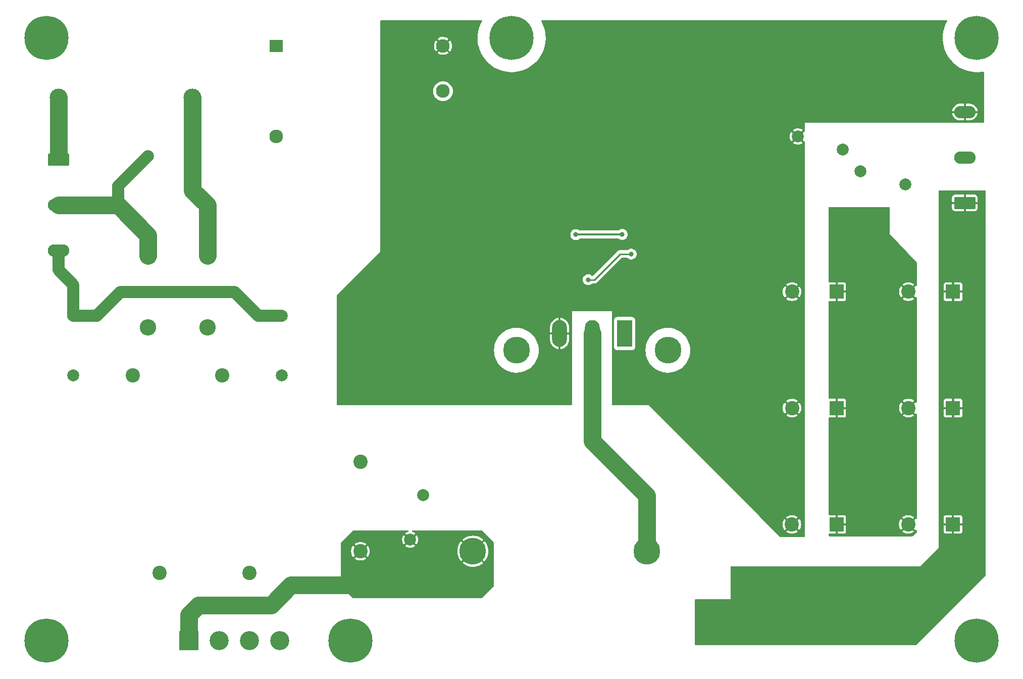
<source format=gbl>
%TF.GenerationSoftware,KiCad,Pcbnew,6.0.7-f9a2dced07~116~ubuntu20.04.1*%
%TF.CreationDate,2022-10-02T03:02:37-04:00*%
%TF.ProjectId,SSTC_PFC_Power_Supply,53535443-5f50-4464-935f-506f7765725f,rev?*%
%TF.SameCoordinates,Original*%
%TF.FileFunction,Copper,L2,Bot*%
%TF.FilePolarity,Positive*%
%FSLAX46Y46*%
G04 Gerber Fmt 4.6, Leading zero omitted, Abs format (unit mm)*
G04 Created by KiCad (PCBNEW 6.0.7-f9a2dced07~116~ubuntu20.04.1) date 2022-10-02 03:02:37*
%MOMM*%
%LPD*%
G01*
G04 APERTURE LIST*
G04 Aperture macros list*
%AMRoundRect*
0 Rectangle with rounded corners*
0 $1 Rounding radius*
0 $2 $3 $4 $5 $6 $7 $8 $9 X,Y pos of 4 corners*
0 Add a 4 corners polygon primitive as box body*
4,1,4,$2,$3,$4,$5,$6,$7,$8,$9,$2,$3,0*
0 Add four circle primitives for the rounded corners*
1,1,$1+$1,$2,$3*
1,1,$1+$1,$4,$5*
1,1,$1+$1,$6,$7*
1,1,$1+$1,$8,$9*
0 Add four rect primitives between the rounded corners*
20,1,$1+$1,$2,$3,$4,$5,0*
20,1,$1+$1,$4,$5,$6,$7,0*
20,1,$1+$1,$6,$7,$8,$9,0*
20,1,$1+$1,$8,$9,$2,$3,0*%
G04 Aperture macros list end*
%TA.AperFunction,ComponentPad*%
%ADD10C,2.750000*%
%TD*%
%TA.AperFunction,ComponentPad*%
%ADD11C,2.400000*%
%TD*%
%TA.AperFunction,ComponentPad*%
%ADD12C,7.400000*%
%TD*%
%TA.AperFunction,ComponentPad*%
%ADD13C,2.000000*%
%TD*%
%TA.AperFunction,ComponentPad*%
%ADD14RoundRect,0.250001X-1.549999X0.799999X-1.549999X-0.799999X1.549999X-0.799999X1.549999X0.799999X0*%
%TD*%
%TA.AperFunction,ComponentPad*%
%ADD15O,3.600000X2.100000*%
%TD*%
%TA.AperFunction,ComponentPad*%
%ADD16C,3.000000*%
%TD*%
%TA.AperFunction,ComponentPad*%
%ADD17C,4.500000*%
%TD*%
%TA.AperFunction,ComponentPad*%
%ADD18R,2.500000X4.500000*%
%TD*%
%TA.AperFunction,ComponentPad*%
%ADD19O,2.500000X4.500000*%
%TD*%
%TA.AperFunction,ComponentPad*%
%ADD20R,2.400000X2.400000*%
%TD*%
%TA.AperFunction,ComponentPad*%
%ADD21R,2.300000X2.000000*%
%TD*%
%TA.AperFunction,ComponentPad*%
%ADD22C,2.300000*%
%TD*%
%TA.AperFunction,ComponentPad*%
%ADD23RoundRect,0.250001X1.549999X-0.799999X1.549999X0.799999X-1.549999X0.799999X-1.549999X-0.799999X0*%
%TD*%
%TA.AperFunction,ComponentPad*%
%ADD24R,3.200000X3.200000*%
%TD*%
%TA.AperFunction,ComponentPad*%
%ADD25C,3.200000*%
%TD*%
%TA.AperFunction,ViaPad*%
%ADD26C,0.800000*%
%TD*%
%TA.AperFunction,ViaPad*%
%ADD27C,1.600000*%
%TD*%
%TA.AperFunction,Conductor*%
%ADD28C,3.000000*%
%TD*%
%TA.AperFunction,Conductor*%
%ADD29C,2.000000*%
%TD*%
%TA.AperFunction,Conductor*%
%ADD30C,0.350000*%
%TD*%
%TA.AperFunction,Conductor*%
%ADD31C,0.250000*%
%TD*%
G04 APERTURE END LIST*
D10*
%TO.P,FL1,1,1*%
%TO.N,/LIVE_FUSED*%
X81500000Y-66000000D03*
%TO.P,FL1,2,2*%
%TO.N,/L_CMC*%
X81500000Y-78000000D03*
%TO.P,FL1,3,3*%
%TO.N,/NEUTRAL*%
X71500000Y-66000000D03*
%TO.P,FL1,4,4*%
%TO.N,/N_CMC*%
X71500000Y-78000000D03*
%TD*%
D11*
%TO.P,C2,1*%
%TO.N,/L_CMC*%
X84000000Y-86000000D03*
%TO.P,C2,2*%
%TO.N,/N_CMC*%
X69000000Y-86000000D03*
%TD*%
D12*
%TO.P,H5,1*%
%TO.N,N/C*%
X132500000Y-29500000D03*
%TD*%
D13*
%TO.P,RV4,1*%
%TO.N,/V_RECT*%
X115500000Y-113550000D03*
%TO.P,RV4,2*%
%TO.N,Net-(C10-Pad2)*%
X117700000Y-106050000D03*
%TD*%
D12*
%TO.P,H3,1*%
%TO.N,N/C*%
X210500000Y-130500000D03*
%TD*%
D14*
%TO.P,J1,1,Pin_1*%
%TO.N,/LIVE_EXT*%
X56500000Y-49880000D03*
D15*
%TO.P,J1,2,Pin_2*%
%TO.N,/NEUTRAL*%
X56500000Y-57500000D03*
%TO.P,J1,3,Pin_3*%
%TO.N,Earth*%
X56500000Y-65120000D03*
%TD*%
D12*
%TO.P,H1,1*%
%TO.N,N/C*%
X54500000Y-29500000D03*
%TD*%
D16*
%TO.P,F1,1*%
%TO.N,/LIVE_EXT*%
X56500000Y-39500000D03*
%TO.P,F1,2*%
%TO.N,/LIVE_FUSED*%
X79000000Y-39500000D03*
%TD*%
D13*
%TO.P,C4,1*%
%TO.N,/L_CMC*%
X94000000Y-86000000D03*
%TO.P,C4,2*%
%TO.N,Earth*%
X94000000Y-76000000D03*
%TD*%
%TO.P,RV3,1*%
%TO.N,Net-(RV2-Pad2)*%
X188000000Y-48200000D03*
%TO.P,RV3,2*%
%TO.N,GND*%
X180500000Y-46000000D03*
%TD*%
D17*
%TO.P,L3,1,1*%
%TO.N,/V_RECT*%
X126000000Y-115500000D03*
%TO.P,L3,2,2*%
%TO.N,/SW*%
X155200000Y-115500000D03*
%TD*%
D12*
%TO.P,H4,1*%
%TO.N,N/C*%
X105500000Y-130500000D03*
%TD*%
D18*
%TO.P,Q1,1,G*%
%TO.N,Net-(D2-Pad1)*%
X151450000Y-79000000D03*
D19*
%TO.P,Q1,2,D*%
%TO.N,/SW*%
X146000000Y-79000000D03*
%TO.P,Q1,3,S*%
%TO.N,GND*%
X140550000Y-79000000D03*
%TD*%
D20*
%TO.P,C11,1*%
%TO.N,/VOUT*%
X206500000Y-111000000D03*
D11*
%TO.P,C11,2*%
%TO.N,/VOUT_HALF*%
X199000000Y-111000000D03*
%TD*%
D17*
%TO.P,HS1,1*%
%TO.N,N/C*%
X158700000Y-81820000D03*
X133300000Y-81820000D03*
%TD*%
D12*
%TO.P,H6,1*%
%TO.N,N/C*%
X54500000Y-130500000D03*
%TD*%
D13*
%TO.P,RV2,1*%
%TO.N,/VOUT*%
X198500000Y-54000000D03*
%TO.P,RV2,2*%
%TO.N,Net-(RV2-Pad2)*%
X191000000Y-51800000D03*
%TD*%
D11*
%TO.P,C1,1*%
%TO.N,/LIVE_FUSED*%
X81500000Y-57500000D03*
%TO.P,C1,2*%
%TO.N,/NEUTRAL*%
X66500000Y-57500000D03*
%TD*%
D12*
%TO.P,H2,1*%
%TO.N,N/C*%
X210500000Y-29500000D03*
%TD*%
D13*
%TO.P,C3,1*%
%TO.N,/N_CMC*%
X59000000Y-86000000D03*
%TO.P,C3,2*%
%TO.N,Earth*%
X59000000Y-76000000D03*
%TD*%
D20*
%TO.P,C14,1*%
%TO.N,/VOUT_HALF*%
X187022220Y-91500000D03*
D11*
%TO.P,C14,2*%
%TO.N,GND*%
X179522220Y-91500000D03*
%TD*%
D20*
%TO.P,C13,1*%
%TO.N,/VOUT*%
X206522220Y-91500000D03*
D11*
%TO.P,C13,2*%
%TO.N,/VOUT_HALF*%
X199022220Y-91500000D03*
%TD*%
%TO.P,C10,1*%
%TO.N,/V_RECT*%
X107150000Y-115500000D03*
%TO.P,C10,2*%
%TO.N,Net-(C10-Pad2)*%
X107150000Y-100500000D03*
%TD*%
D21*
%TO.P,PS1,1,AC/N*%
%TO.N,/NEUTRAL*%
X93000000Y-30800000D03*
D22*
%TO.P,PS1,2,AC/L*%
%TO.N,/LIVE_FUSED*%
X93000000Y-46000000D03*
%TO.P,PS1,3,-Vo*%
%TO.N,GND*%
X121000000Y-30800000D03*
%TO.P,PS1,4,+Vo*%
%TO.N,+15V*%
X121000000Y-38400000D03*
%TD*%
D20*
%TO.P,C15,1*%
%TO.N,/VOUT*%
X206522220Y-72000000D03*
D11*
%TO.P,C15,2*%
%TO.N,/VOUT_HALF*%
X199022220Y-72000000D03*
%TD*%
%TO.P,C6,1*%
%TO.N,/L_FILT*%
X88500000Y-119150000D03*
%TO.P,C6,2*%
%TO.N,/N_FILT*%
X73500000Y-119150000D03*
%TD*%
D23*
%TO.P,J2,1,Pin_1*%
%TO.N,/VOUT*%
X208500000Y-57120000D03*
D15*
%TO.P,J2,2,Pin_2*%
%TO.N,unconnected-(J2-Pad2)*%
X208500000Y-49500000D03*
%TO.P,J2,3,Pin_3*%
%TO.N,GND*%
X208500000Y-41880000D03*
%TD*%
D20*
%TO.P,C12,1*%
%TO.N,/VOUT_HALF*%
X187000000Y-111000000D03*
D11*
%TO.P,C12,2*%
%TO.N,GND*%
X179500000Y-111000000D03*
%TD*%
D13*
%TO.P,RV1,1*%
%TO.N,/LIVE_FUSED*%
X79000000Y-51500000D03*
%TO.P,RV1,2*%
%TO.N,/NEUTRAL*%
X71500000Y-49300000D03*
%TD*%
D24*
%TO.P,D1,1,+*%
%TO.N,/V_RECT*%
X78340000Y-130500000D03*
D25*
%TO.P,D1,2*%
%TO.N,/N_FILT*%
X83420000Y-130500000D03*
%TO.P,D1,3*%
%TO.N,/L_FILT*%
X88500000Y-130500000D03*
%TO.P,D1,4,-*%
%TO.N,Net-(C10-Pad2)*%
X93580000Y-130500000D03*
%TD*%
D20*
%TO.P,C16,1*%
%TO.N,/VOUT_HALF*%
X187022220Y-72000000D03*
D11*
%TO.P,C16,2*%
%TO.N,GND*%
X179522220Y-72000000D03*
%TD*%
D26*
%TO.N,GND*%
X146595000Y-55600000D03*
X179900000Y-59500000D03*
X112462500Y-88500000D03*
X149950000Y-70450000D03*
X135795000Y-59950000D03*
X116175000Y-88500000D03*
X118650000Y-88500000D03*
X103800000Y-88500000D03*
X117412500Y-88500000D03*
X143787500Y-65700000D03*
X201400000Y-34850000D03*
X179900000Y-60600000D03*
X143937500Y-73712500D03*
X107512500Y-88500000D03*
X147200000Y-73150000D03*
X105037500Y-88500000D03*
X137145000Y-60550000D03*
X179900000Y-58400000D03*
X156050000Y-65700000D03*
X108750000Y-88500000D03*
X109987500Y-88500000D03*
X147350000Y-52750000D03*
X147695000Y-55900000D03*
X137145000Y-55600000D03*
X113700000Y-88500000D03*
X106275000Y-88500000D03*
X111225000Y-88500000D03*
X144137500Y-67500000D03*
X148900000Y-71700000D03*
X114937500Y-88500000D03*
%TO.N,/V_RECT*%
X118250000Y-120450000D03*
X116050000Y-120450000D03*
X117150000Y-120450000D03*
D27*
X105900000Y-121200000D03*
D26*
%TO.N,/VOUT*%
X170750000Y-128450000D03*
X164750000Y-125400000D03*
X164750000Y-124100000D03*
X164750000Y-129700000D03*
X167800000Y-128350000D03*
X164750000Y-126850000D03*
X167800000Y-124150000D03*
X170750000Y-125650000D03*
X166250000Y-126900000D03*
X169300000Y-126950000D03*
X170750000Y-129750000D03*
X170800000Y-124150000D03*
X166200000Y-129700000D03*
X167800000Y-125500000D03*
X164750000Y-128200000D03*
X169300000Y-129700000D03*
X167800000Y-129700000D03*
X166250000Y-124150000D03*
X167800000Y-126900000D03*
X169500000Y-124150000D03*
X170750000Y-127000000D03*
%TO.N,/VOUT_HALF*%
X188500000Y-59500000D03*
X193500000Y-60500000D03*
X193500000Y-58500000D03*
X188500000Y-60500000D03*
X188500000Y-58500000D03*
X193500000Y-59500000D03*
%TO.N,Net-(R11-Pad1)*%
X151050000Y-62400000D03*
X143260000Y-62435000D03*
%TO.N,Net-(C19-Pad1)*%
X145350000Y-70000000D03*
X152550000Y-65700000D03*
%TD*%
D28*
%TO.N,/LIVE_FUSED*%
X79000000Y-55000000D02*
X81500000Y-57500000D01*
X79000000Y-51500000D02*
X79000000Y-55000000D01*
X79000000Y-39500000D02*
X79000000Y-51500000D01*
X81500000Y-57500000D02*
X81500000Y-66000000D01*
D29*
%TO.N,/NEUTRAL*%
X66500000Y-57500000D02*
X66500000Y-54300000D01*
X66500000Y-54300000D02*
X71500000Y-49300000D01*
D28*
X71550000Y-62550000D02*
X71550000Y-62650000D01*
X66500000Y-57500000D02*
X71550000Y-62550000D01*
X56500000Y-57500000D02*
X66500000Y-57500000D01*
X71500000Y-62700000D02*
X71500000Y-66000000D01*
X71550000Y-62650000D02*
X71500000Y-62700000D01*
D29*
%TO.N,Earth*%
X59000000Y-76000000D02*
X62950000Y-76000000D01*
X56500000Y-68350000D02*
X59000000Y-70850000D01*
X66900000Y-72050000D02*
X86050000Y-72050000D01*
X62950000Y-76000000D02*
X66900000Y-72050000D01*
X56500000Y-65120000D02*
X56500000Y-68350000D01*
X90000000Y-76000000D02*
X94000000Y-76000000D01*
X86050000Y-72050000D02*
X90000000Y-76000000D01*
X59000000Y-70850000D02*
X59000000Y-76000000D01*
D28*
%TO.N,/V_RECT*%
X79950000Y-124550000D02*
X92150000Y-124550000D01*
X92150000Y-124550000D02*
X95500000Y-121200000D01*
X95500000Y-121200000D02*
X105900000Y-121200000D01*
X78340000Y-130500000D02*
X78340000Y-126160000D01*
X78340000Y-126160000D02*
X79950000Y-124550000D01*
%TO.N,/SW*%
X155200000Y-106200000D02*
X155200000Y-115500000D01*
X146000000Y-97000000D02*
X155200000Y-106200000D01*
X146000000Y-79000000D02*
X146000000Y-97000000D01*
%TO.N,/LIVE_EXT*%
X56500000Y-48800000D02*
X56500000Y-39500000D01*
D30*
%TO.N,Net-(R11-Pad1)*%
X151050000Y-62400000D02*
X151015000Y-62435000D01*
X151015000Y-62435000D02*
X143260000Y-62435000D01*
D31*
%TO.N,Net-(C19-Pad1)*%
X145350000Y-70000000D02*
X146350000Y-70000000D01*
X150650000Y-65700000D02*
X152550000Y-65700000D01*
X146350000Y-70000000D02*
X150650000Y-65700000D01*
%TD*%
%TA.AperFunction,Conductor*%
%TO.N,/VOUT_HALF*%
G36*
X195842121Y-57820002D02*
G01*
X195888614Y-57873658D01*
X195900000Y-57926000D01*
X195900000Y-62300000D01*
X195907706Y-62308129D01*
X195907706Y-62308130D01*
X200415445Y-67063546D01*
X200447792Y-67126745D01*
X200450000Y-67150228D01*
X200450000Y-70947390D01*
X200429998Y-71015511D01*
X200376342Y-71062004D01*
X200306068Y-71072108D01*
X200255125Y-71052899D01*
X200234483Y-71039424D01*
X200224275Y-71045432D01*
X199282519Y-71987188D01*
X199274905Y-72001132D01*
X199275036Y-72002965D01*
X199279287Y-72009580D01*
X200222817Y-72953110D01*
X200236354Y-72960502D01*
X200251771Y-72949716D01*
X200319054Y-72927055D01*
X200387907Y-72944368D01*
X200436471Y-72996157D01*
X200450000Y-73052958D01*
X200450000Y-90447390D01*
X200429998Y-90515511D01*
X200376342Y-90562004D01*
X200306068Y-90572108D01*
X200255125Y-90552899D01*
X200234483Y-90539424D01*
X200224275Y-90545432D01*
X199282519Y-91487188D01*
X199274905Y-91501132D01*
X199275036Y-91502965D01*
X199279287Y-91509580D01*
X200222817Y-92453110D01*
X200236354Y-92460502D01*
X200251771Y-92449716D01*
X200319054Y-92427055D01*
X200387907Y-92444368D01*
X200436471Y-92496157D01*
X200450000Y-92552958D01*
X200450000Y-109969552D01*
X200429998Y-110037673D01*
X200376342Y-110084166D01*
X200306068Y-110094270D01*
X200241488Y-110064776D01*
X200228189Y-110051383D01*
X200225173Y-110047852D01*
X200212263Y-110039424D01*
X200202055Y-110045432D01*
X199260299Y-110987188D01*
X199252685Y-111001132D01*
X199252816Y-111002965D01*
X199257067Y-111009580D01*
X200200597Y-111953110D01*
X200214134Y-111960502D01*
X200223835Y-111953715D01*
X200228189Y-111948617D01*
X200287640Y-111909808D01*
X200358635Y-111909302D01*
X200418633Y-111947258D01*
X200448586Y-112011627D01*
X200450000Y-112030448D01*
X200450000Y-112245246D01*
X200429998Y-112313367D01*
X200409972Y-112337359D01*
X200120130Y-112607879D01*
X199778920Y-112926342D01*
X199736308Y-112966113D01*
X199672860Y-112997970D01*
X199650336Y-113000000D01*
X185776000Y-113000000D01*
X185707879Y-112979998D01*
X185661386Y-112926342D01*
X185650000Y-112874000D01*
X185650000Y-112676000D01*
X185670002Y-112607879D01*
X185723658Y-112561386D01*
X185776000Y-112550000D01*
X186806885Y-112550000D01*
X186822124Y-112545525D01*
X186823329Y-112544135D01*
X186825000Y-112536452D01*
X186825000Y-112531884D01*
X187175000Y-112531884D01*
X187179475Y-112547123D01*
X187180865Y-112548328D01*
X187188548Y-112549999D01*
X188228568Y-112549999D01*
X188237734Y-112549328D01*
X188292278Y-112541300D01*
X188310759Y-112535557D01*
X188397213Y-112493111D01*
X188413918Y-112481151D01*
X188481523Y-112413428D01*
X188493455Y-112396700D01*
X188535755Y-112310162D01*
X188541463Y-112291694D01*
X188549340Y-112237703D01*
X188550000Y-112228604D01*
X188550000Y-112214134D01*
X198039498Y-112214134D01*
X198046285Y-112223835D01*
X198082357Y-112254644D01*
X198090330Y-112260436D01*
X198289919Y-112382745D01*
X198298713Y-112387226D01*
X198514970Y-112476802D01*
X198524355Y-112479851D01*
X198751964Y-112534496D01*
X198761711Y-112536039D01*
X198995070Y-112554405D01*
X199004930Y-112554405D01*
X199238289Y-112536039D01*
X199248036Y-112534496D01*
X199475645Y-112479851D01*
X199485030Y-112476802D01*
X199701287Y-112387226D01*
X199710081Y-112382745D01*
X199909670Y-112260436D01*
X199917643Y-112254644D01*
X199952148Y-112225173D01*
X199960576Y-112212263D01*
X199954568Y-112202055D01*
X199012812Y-111260299D01*
X198998868Y-111252685D01*
X198997035Y-111252816D01*
X198990420Y-111257067D01*
X198046890Y-112200597D01*
X198039498Y-112214134D01*
X188550000Y-112214134D01*
X188550000Y-111193115D01*
X188545525Y-111177876D01*
X188544135Y-111176671D01*
X188536452Y-111175000D01*
X187193115Y-111175000D01*
X187177876Y-111179475D01*
X187176671Y-111180865D01*
X187175000Y-111188548D01*
X187175000Y-112531884D01*
X186825000Y-112531884D01*
X186825000Y-111004930D01*
X197445595Y-111004930D01*
X197463961Y-111238289D01*
X197465504Y-111248036D01*
X197520149Y-111475645D01*
X197523198Y-111485030D01*
X197612774Y-111701287D01*
X197617255Y-111710081D01*
X197739564Y-111909670D01*
X197745356Y-111917643D01*
X197774827Y-111952148D01*
X197787737Y-111960576D01*
X197797945Y-111954568D01*
X198739701Y-111012812D01*
X198747315Y-110998868D01*
X198747184Y-110997035D01*
X198742933Y-110990420D01*
X197799403Y-110046890D01*
X197785866Y-110039498D01*
X197776165Y-110046285D01*
X197745356Y-110082357D01*
X197739564Y-110090330D01*
X197617255Y-110289919D01*
X197612774Y-110298713D01*
X197523198Y-110514970D01*
X197520149Y-110524355D01*
X197465504Y-110751964D01*
X197463961Y-110761711D01*
X197445595Y-110995070D01*
X197445595Y-111004930D01*
X186825000Y-111004930D01*
X186825000Y-110806885D01*
X187175000Y-110806885D01*
X187179475Y-110822124D01*
X187180865Y-110823329D01*
X187188548Y-110825000D01*
X188531884Y-110825000D01*
X188547123Y-110820525D01*
X188548328Y-110819135D01*
X188549999Y-110811452D01*
X188549999Y-109787737D01*
X198039424Y-109787737D01*
X198045432Y-109797945D01*
X198987188Y-110739701D01*
X199001132Y-110747315D01*
X199002965Y-110747184D01*
X199009580Y-110742933D01*
X199953110Y-109799403D01*
X199960502Y-109785866D01*
X199953715Y-109776165D01*
X199917643Y-109745356D01*
X199909670Y-109739564D01*
X199710081Y-109617255D01*
X199701287Y-109612774D01*
X199485030Y-109523198D01*
X199475645Y-109520149D01*
X199248036Y-109465504D01*
X199238289Y-109463961D01*
X199004930Y-109445595D01*
X198995070Y-109445595D01*
X198761711Y-109463961D01*
X198751964Y-109465504D01*
X198524355Y-109520149D01*
X198514970Y-109523198D01*
X198298713Y-109612774D01*
X198289919Y-109617255D01*
X198090330Y-109739564D01*
X198082357Y-109745356D01*
X198047852Y-109774827D01*
X198039424Y-109787737D01*
X188549999Y-109787737D01*
X188549999Y-109771432D01*
X188549328Y-109762266D01*
X188541300Y-109707722D01*
X188535557Y-109689241D01*
X188493111Y-109602787D01*
X188481151Y-109586082D01*
X188413428Y-109518477D01*
X188396700Y-109506545D01*
X188310162Y-109464245D01*
X188291694Y-109458537D01*
X188237703Y-109450660D01*
X188228604Y-109450000D01*
X187193115Y-109450000D01*
X187177876Y-109454475D01*
X187176671Y-109455865D01*
X187175000Y-109463548D01*
X187175000Y-110806885D01*
X186825000Y-110806885D01*
X186825000Y-109468116D01*
X186820525Y-109452877D01*
X186819135Y-109451672D01*
X186811452Y-109450001D01*
X185776000Y-109450001D01*
X185707879Y-109429999D01*
X185661386Y-109376343D01*
X185650000Y-109324001D01*
X185650000Y-93175053D01*
X185670002Y-93106932D01*
X185723658Y-93060439D01*
X185785124Y-93049384D01*
X185793608Y-93050000D01*
X186829105Y-93050000D01*
X186844344Y-93045525D01*
X186845549Y-93044135D01*
X186847220Y-93036452D01*
X186847220Y-93031884D01*
X187197220Y-93031884D01*
X187201695Y-93047123D01*
X187203085Y-93048328D01*
X187210768Y-93049999D01*
X188250788Y-93049999D01*
X188259954Y-93049328D01*
X188314498Y-93041300D01*
X188332979Y-93035557D01*
X188419433Y-92993111D01*
X188436138Y-92981151D01*
X188503743Y-92913428D01*
X188515675Y-92896700D01*
X188557975Y-92810162D01*
X188563683Y-92791694D01*
X188571560Y-92737703D01*
X188572220Y-92728604D01*
X188572220Y-92714134D01*
X198061718Y-92714134D01*
X198068505Y-92723835D01*
X198104577Y-92754644D01*
X198112550Y-92760436D01*
X198312139Y-92882745D01*
X198320933Y-92887226D01*
X198537190Y-92976802D01*
X198546575Y-92979851D01*
X198774184Y-93034496D01*
X198783931Y-93036039D01*
X199017290Y-93054405D01*
X199027150Y-93054405D01*
X199260509Y-93036039D01*
X199270256Y-93034496D01*
X199497865Y-92979851D01*
X199507250Y-92976802D01*
X199723507Y-92887226D01*
X199732301Y-92882745D01*
X199931890Y-92760436D01*
X199939863Y-92754644D01*
X199974368Y-92725173D01*
X199982796Y-92712263D01*
X199976788Y-92702055D01*
X199035032Y-91760299D01*
X199021088Y-91752685D01*
X199019255Y-91752816D01*
X199012640Y-91757067D01*
X198069110Y-92700597D01*
X198061718Y-92714134D01*
X188572220Y-92714134D01*
X188572220Y-91693115D01*
X188567745Y-91677876D01*
X188566355Y-91676671D01*
X188558672Y-91675000D01*
X187215335Y-91675000D01*
X187200096Y-91679475D01*
X187198891Y-91680865D01*
X187197220Y-91688548D01*
X187197220Y-93031884D01*
X186847220Y-93031884D01*
X186847220Y-91504930D01*
X197467815Y-91504930D01*
X197486181Y-91738289D01*
X197487724Y-91748036D01*
X197542369Y-91975645D01*
X197545418Y-91985030D01*
X197634994Y-92201287D01*
X197639475Y-92210081D01*
X197761784Y-92409670D01*
X197767576Y-92417643D01*
X197797047Y-92452148D01*
X197809957Y-92460576D01*
X197820165Y-92454568D01*
X198761921Y-91512812D01*
X198769535Y-91498868D01*
X198769404Y-91497035D01*
X198765153Y-91490420D01*
X197821623Y-90546890D01*
X197808086Y-90539498D01*
X197798385Y-90546285D01*
X197767576Y-90582357D01*
X197761784Y-90590330D01*
X197639475Y-90789919D01*
X197634994Y-90798713D01*
X197545418Y-91014970D01*
X197542369Y-91024355D01*
X197487724Y-91251964D01*
X197486181Y-91261711D01*
X197467815Y-91495070D01*
X197467815Y-91504930D01*
X186847220Y-91504930D01*
X186847220Y-91306885D01*
X187197220Y-91306885D01*
X187201695Y-91322124D01*
X187203085Y-91323329D01*
X187210768Y-91325000D01*
X188554104Y-91325000D01*
X188569343Y-91320525D01*
X188570548Y-91319135D01*
X188572219Y-91311452D01*
X188572219Y-90287737D01*
X198061644Y-90287737D01*
X198067652Y-90297945D01*
X199009408Y-91239701D01*
X199023352Y-91247315D01*
X199025185Y-91247184D01*
X199031800Y-91242933D01*
X199975330Y-90299403D01*
X199982722Y-90285866D01*
X199975935Y-90276165D01*
X199939863Y-90245356D01*
X199931890Y-90239564D01*
X199732301Y-90117255D01*
X199723507Y-90112774D01*
X199507250Y-90023198D01*
X199497865Y-90020149D01*
X199270256Y-89965504D01*
X199260509Y-89963961D01*
X199027150Y-89945595D01*
X199017290Y-89945595D01*
X198783931Y-89963961D01*
X198774184Y-89965504D01*
X198546575Y-90020149D01*
X198537190Y-90023198D01*
X198320933Y-90112774D01*
X198312139Y-90117255D01*
X198112550Y-90239564D01*
X198104577Y-90245356D01*
X198070072Y-90274827D01*
X198061644Y-90287737D01*
X188572219Y-90287737D01*
X188572219Y-90271432D01*
X188571548Y-90262266D01*
X188563520Y-90207722D01*
X188557777Y-90189241D01*
X188515331Y-90102787D01*
X188503371Y-90086082D01*
X188435648Y-90018477D01*
X188418920Y-90006545D01*
X188332382Y-89964245D01*
X188313914Y-89958537D01*
X188259923Y-89950660D01*
X188250824Y-89950000D01*
X187215335Y-89950000D01*
X187200096Y-89954475D01*
X187198891Y-89955865D01*
X187197220Y-89963548D01*
X187197220Y-91306885D01*
X186847220Y-91306885D01*
X186847220Y-89968116D01*
X186842745Y-89952877D01*
X186841355Y-89951672D01*
X186833672Y-89950001D01*
X185793655Y-89950001D01*
X185785200Y-89950620D01*
X185715801Y-89935645D01*
X185665514Y-89885527D01*
X185650000Y-89824956D01*
X185650000Y-73675053D01*
X185670002Y-73606932D01*
X185723658Y-73560439D01*
X185785124Y-73549384D01*
X185793608Y-73550000D01*
X186829105Y-73550000D01*
X186844344Y-73545525D01*
X186845549Y-73544135D01*
X186847220Y-73536452D01*
X186847220Y-73531884D01*
X187197220Y-73531884D01*
X187201695Y-73547123D01*
X187203085Y-73548328D01*
X187210768Y-73549999D01*
X188250788Y-73549999D01*
X188259954Y-73549328D01*
X188314498Y-73541300D01*
X188332979Y-73535557D01*
X188419433Y-73493111D01*
X188436138Y-73481151D01*
X188503743Y-73413428D01*
X188515675Y-73396700D01*
X188557975Y-73310162D01*
X188563683Y-73291694D01*
X188571560Y-73237703D01*
X188572220Y-73228604D01*
X188572220Y-73214134D01*
X198061718Y-73214134D01*
X198068505Y-73223835D01*
X198104577Y-73254644D01*
X198112550Y-73260436D01*
X198312139Y-73382745D01*
X198320933Y-73387226D01*
X198537190Y-73476802D01*
X198546575Y-73479851D01*
X198774184Y-73534496D01*
X198783931Y-73536039D01*
X199017290Y-73554405D01*
X199027150Y-73554405D01*
X199260509Y-73536039D01*
X199270256Y-73534496D01*
X199497865Y-73479851D01*
X199507250Y-73476802D01*
X199723507Y-73387226D01*
X199732301Y-73382745D01*
X199931890Y-73260436D01*
X199939863Y-73254644D01*
X199974368Y-73225173D01*
X199982796Y-73212263D01*
X199976788Y-73202055D01*
X199035032Y-72260299D01*
X199021088Y-72252685D01*
X199019255Y-72252816D01*
X199012640Y-72257067D01*
X198069110Y-73200597D01*
X198061718Y-73214134D01*
X188572220Y-73214134D01*
X188572220Y-72193115D01*
X188567745Y-72177876D01*
X188566355Y-72176671D01*
X188558672Y-72175000D01*
X187215335Y-72175000D01*
X187200096Y-72179475D01*
X187198891Y-72180865D01*
X187197220Y-72188548D01*
X187197220Y-73531884D01*
X186847220Y-73531884D01*
X186847220Y-72004930D01*
X197467815Y-72004930D01*
X197486181Y-72238289D01*
X197487724Y-72248036D01*
X197542369Y-72475645D01*
X197545418Y-72485030D01*
X197634994Y-72701287D01*
X197639475Y-72710081D01*
X197761784Y-72909670D01*
X197767576Y-72917643D01*
X197797047Y-72952148D01*
X197809957Y-72960576D01*
X197820165Y-72954568D01*
X198761921Y-72012812D01*
X198769535Y-71998868D01*
X198769404Y-71997035D01*
X198765153Y-71990420D01*
X197821623Y-71046890D01*
X197808086Y-71039498D01*
X197798385Y-71046285D01*
X197767576Y-71082357D01*
X197761784Y-71090330D01*
X197639475Y-71289919D01*
X197634994Y-71298713D01*
X197545418Y-71514970D01*
X197542369Y-71524355D01*
X197487724Y-71751964D01*
X197486181Y-71761711D01*
X197467815Y-71995070D01*
X197467815Y-72004930D01*
X186847220Y-72004930D01*
X186847220Y-71806885D01*
X187197220Y-71806885D01*
X187201695Y-71822124D01*
X187203085Y-71823329D01*
X187210768Y-71825000D01*
X188554104Y-71825000D01*
X188569343Y-71820525D01*
X188570548Y-71819135D01*
X188572219Y-71811452D01*
X188572219Y-70787737D01*
X198061644Y-70787737D01*
X198067652Y-70797945D01*
X199009408Y-71739701D01*
X199023352Y-71747315D01*
X199025185Y-71747184D01*
X199031800Y-71742933D01*
X199975330Y-70799403D01*
X199982722Y-70785866D01*
X199975935Y-70776165D01*
X199939863Y-70745356D01*
X199931890Y-70739564D01*
X199732301Y-70617255D01*
X199723507Y-70612774D01*
X199507250Y-70523198D01*
X199497865Y-70520149D01*
X199270256Y-70465504D01*
X199260509Y-70463961D01*
X199027150Y-70445595D01*
X199017290Y-70445595D01*
X198783931Y-70463961D01*
X198774184Y-70465504D01*
X198546575Y-70520149D01*
X198537190Y-70523198D01*
X198320933Y-70612774D01*
X198312139Y-70617255D01*
X198112550Y-70739564D01*
X198104577Y-70745356D01*
X198070072Y-70774827D01*
X198061644Y-70787737D01*
X188572219Y-70787737D01*
X188572219Y-70771432D01*
X188571548Y-70762266D01*
X188563520Y-70707722D01*
X188557777Y-70689241D01*
X188515331Y-70602787D01*
X188503371Y-70586082D01*
X188435648Y-70518477D01*
X188418920Y-70506545D01*
X188332382Y-70464245D01*
X188313914Y-70458537D01*
X188259923Y-70450660D01*
X188250824Y-70450000D01*
X187215335Y-70450000D01*
X187200096Y-70454475D01*
X187198891Y-70455865D01*
X187197220Y-70463548D01*
X187197220Y-71806885D01*
X186847220Y-71806885D01*
X186847220Y-70468116D01*
X186842745Y-70452877D01*
X186841355Y-70451672D01*
X186833672Y-70450001D01*
X185793655Y-70450001D01*
X185785200Y-70450620D01*
X185715801Y-70435645D01*
X185665514Y-70385527D01*
X185650000Y-70324956D01*
X185650000Y-57926000D01*
X185670002Y-57857879D01*
X185723658Y-57811386D01*
X185776000Y-57800000D01*
X195774000Y-57800000D01*
X195842121Y-57820002D01*
G37*
%TD.AperFunction*%
%TD*%
%TA.AperFunction,Conductor*%
%TO.N,/V_RECT*%
G36*
X115179733Y-112020002D02*
G01*
X115226226Y-112073658D01*
X115236330Y-112143932D01*
X115206836Y-112208512D01*
X115144223Y-112247707D01*
X115041819Y-112275146D01*
X115031527Y-112278892D01*
X114827409Y-112374074D01*
X114817914Y-112379557D01*
X114691083Y-112468365D01*
X114682708Y-112478842D01*
X114689776Y-112492289D01*
X115487188Y-113289701D01*
X115501132Y-113297315D01*
X115502965Y-113297184D01*
X115509580Y-113292933D01*
X116310945Y-112491568D01*
X116317375Y-112479793D01*
X116308079Y-112467778D01*
X116182087Y-112379557D01*
X116172592Y-112374074D01*
X115968473Y-112278892D01*
X115958181Y-112275146D01*
X115855777Y-112247707D01*
X115795154Y-112210755D01*
X115764133Y-112146894D01*
X115772561Y-112076400D01*
X115817764Y-112021653D01*
X115888388Y-112000000D01*
X127447810Y-112000000D01*
X127515931Y-112020002D01*
X127536905Y-112036905D01*
X129463095Y-113963095D01*
X129497121Y-114025407D01*
X129500000Y-114052190D01*
X129500000Y-121347810D01*
X129479998Y-121415931D01*
X129463095Y-121436905D01*
X127536905Y-123363095D01*
X127474593Y-123397121D01*
X127447810Y-123400000D01*
X105952190Y-123400000D01*
X105884069Y-123379998D01*
X105863095Y-123363095D01*
X103936905Y-121436905D01*
X103902879Y-121374593D01*
X103900000Y-121347810D01*
X103900000Y-117459770D01*
X124293632Y-117459770D01*
X124301157Y-117470202D01*
X124488159Y-117620824D01*
X124494336Y-117625214D01*
X124753893Y-117787088D01*
X124760569Y-117790713D01*
X125037676Y-117920224D01*
X125044741Y-117923022D01*
X125335427Y-118018314D01*
X125342738Y-118020232D01*
X125642777Y-118079912D01*
X125650275Y-118080940D01*
X125955309Y-118104144D01*
X125962872Y-118104262D01*
X126268476Y-118090652D01*
X126276017Y-118089860D01*
X126577777Y-118039632D01*
X126585141Y-118037946D01*
X126878696Y-117951826D01*
X126885805Y-117949267D01*
X127166876Y-117828510D01*
X127173649Y-117825104D01*
X127438166Y-117671459D01*
X127444481Y-117667264D01*
X127688624Y-117482954D01*
X127694380Y-117478038D01*
X127699753Y-117472859D01*
X127707621Y-117459058D01*
X127707556Y-117457837D01*
X127702805Y-117450293D01*
X126012810Y-115760297D01*
X125998869Y-115752685D01*
X125997034Y-115752816D01*
X125990420Y-115757067D01*
X124300747Y-117446741D01*
X124293632Y-117459770D01*
X103900000Y-117459770D01*
X103900000Y-116714134D01*
X106189498Y-116714134D01*
X106196285Y-116723835D01*
X106232357Y-116754644D01*
X106240330Y-116760436D01*
X106439919Y-116882745D01*
X106448713Y-116887226D01*
X106664970Y-116976802D01*
X106674355Y-116979851D01*
X106901964Y-117034496D01*
X106911711Y-117036039D01*
X107145070Y-117054405D01*
X107154930Y-117054405D01*
X107388289Y-117036039D01*
X107398036Y-117034496D01*
X107625645Y-116979851D01*
X107635030Y-116976802D01*
X107851287Y-116887226D01*
X107860081Y-116882745D01*
X108059670Y-116760436D01*
X108067643Y-116754644D01*
X108102148Y-116725173D01*
X108110576Y-116712263D01*
X108104568Y-116702055D01*
X107162812Y-115760299D01*
X107148868Y-115752685D01*
X107147035Y-115752816D01*
X107140420Y-115757067D01*
X106196890Y-116700597D01*
X106189498Y-116714134D01*
X103900000Y-116714134D01*
X103900000Y-115504930D01*
X105595595Y-115504930D01*
X105613961Y-115738289D01*
X105615504Y-115748036D01*
X105670149Y-115975645D01*
X105673198Y-115985030D01*
X105762774Y-116201287D01*
X105767255Y-116210081D01*
X105889564Y-116409670D01*
X105895356Y-116417643D01*
X105924827Y-116452148D01*
X105937737Y-116460576D01*
X105947945Y-116454568D01*
X106889701Y-115512812D01*
X106896079Y-115501132D01*
X107402685Y-115501132D01*
X107402816Y-115502965D01*
X107407067Y-115509580D01*
X108350597Y-116453110D01*
X108364134Y-116460502D01*
X108373835Y-116453715D01*
X108404644Y-116417643D01*
X108410436Y-116409670D01*
X108532745Y-116210081D01*
X108537226Y-116201287D01*
X108626802Y-115985030D01*
X108629851Y-115975645D01*
X108684496Y-115748036D01*
X108686039Y-115738289D01*
X108704405Y-115504930D01*
X108704405Y-115495070D01*
X108702945Y-115476516D01*
X123395580Y-115476516D01*
X123410789Y-115782041D01*
X123411620Y-115789570D01*
X123463424Y-116091052D01*
X123465157Y-116098439D01*
X123552804Y-116391511D01*
X123555407Y-116398624D01*
X123677632Y-116679052D01*
X123681074Y-116685808D01*
X123836102Y-116949518D01*
X123840325Y-116955803D01*
X124025910Y-117198978D01*
X124027529Y-117200853D01*
X124040418Y-117208111D01*
X124041815Y-117208029D01*
X124049094Y-117203418D01*
X125739703Y-115512810D01*
X125746080Y-115501131D01*
X126252685Y-115501131D01*
X126252816Y-115502966D01*
X126257067Y-115509580D01*
X127946378Y-117198890D01*
X127959501Y-117206056D01*
X127969802Y-117198667D01*
X128112879Y-117022924D01*
X128117300Y-117016772D01*
X128280540Y-116758054D01*
X128284188Y-116751416D01*
X128415154Y-116474979D01*
X128417985Y-116467939D01*
X128514800Y-116177746D01*
X128516754Y-116170455D01*
X128578006Y-115870730D01*
X128579074Y-115863226D01*
X128603999Y-115556785D01*
X128604204Y-115552310D01*
X128604729Y-115502221D01*
X128604619Y-115497789D01*
X128586115Y-115190851D01*
X128585207Y-115183349D01*
X128530244Y-114882401D01*
X128528443Y-114875068D01*
X128437722Y-114582901D01*
X128435050Y-114575828D01*
X128309896Y-114296698D01*
X128306379Y-114289971D01*
X128148602Y-114027905D01*
X128144312Y-114021661D01*
X127972087Y-113800828D01*
X127960295Y-113792359D01*
X127948582Y-113798906D01*
X126260297Y-115487190D01*
X126252685Y-115501131D01*
X125746080Y-115501131D01*
X125747315Y-115498869D01*
X125747184Y-115497034D01*
X125742933Y-115490420D01*
X124052846Y-113800334D01*
X124039911Y-113793270D01*
X124029350Y-113800930D01*
X123871288Y-113999286D01*
X123866932Y-114005484D01*
X123706414Y-114265893D01*
X123702834Y-114272569D01*
X123574763Y-114550377D01*
X123572013Y-114557428D01*
X123478243Y-114848616D01*
X123476360Y-114855949D01*
X123418251Y-115156293D01*
X123417264Y-115163793D01*
X123395659Y-115468935D01*
X123395580Y-115476516D01*
X108702945Y-115476516D01*
X108686039Y-115261711D01*
X108684496Y-115251964D01*
X108629851Y-115024355D01*
X108626802Y-115014970D01*
X108537226Y-114798713D01*
X108532745Y-114789919D01*
X108428745Y-114620207D01*
X114682625Y-114620207D01*
X114691921Y-114632222D01*
X114817913Y-114720443D01*
X114827408Y-114725926D01*
X115031527Y-114821108D01*
X115041819Y-114824854D01*
X115259364Y-114883145D01*
X115270159Y-114885048D01*
X115494525Y-114904678D01*
X115505475Y-114904678D01*
X115729841Y-114885048D01*
X115740636Y-114883145D01*
X115958181Y-114824854D01*
X115968473Y-114821108D01*
X116172592Y-114725926D01*
X116182087Y-114720443D01*
X116308916Y-114631636D01*
X116317292Y-114621157D01*
X116310224Y-114607711D01*
X115512812Y-113810299D01*
X115498868Y-113802685D01*
X115497035Y-113802816D01*
X115490420Y-113807067D01*
X114689055Y-114608432D01*
X114682625Y-114620207D01*
X108428745Y-114620207D01*
X108410436Y-114590329D01*
X108404644Y-114582357D01*
X108375173Y-114547852D01*
X108362263Y-114539424D01*
X108352055Y-114545432D01*
X107410299Y-115487188D01*
X107402685Y-115501132D01*
X106896079Y-115501132D01*
X106897315Y-115498868D01*
X106897184Y-115497035D01*
X106892933Y-115490420D01*
X105949403Y-114546890D01*
X105935866Y-114539498D01*
X105926165Y-114546285D01*
X105895356Y-114582357D01*
X105889564Y-114590329D01*
X105767255Y-114789919D01*
X105762774Y-114798713D01*
X105673198Y-115014970D01*
X105670149Y-115024355D01*
X105615504Y-115251964D01*
X105613961Y-115261711D01*
X105595595Y-115495070D01*
X105595595Y-115504930D01*
X103900000Y-115504930D01*
X103900000Y-114287737D01*
X106189424Y-114287737D01*
X106195432Y-114297945D01*
X107137188Y-115239701D01*
X107151132Y-115247315D01*
X107152965Y-115247184D01*
X107159580Y-115242933D01*
X108103110Y-114299403D01*
X108110502Y-114285866D01*
X108103715Y-114276165D01*
X108067643Y-114245356D01*
X108059670Y-114239564D01*
X107860081Y-114117255D01*
X107851287Y-114112774D01*
X107635030Y-114023198D01*
X107625645Y-114020149D01*
X107398036Y-113965504D01*
X107388289Y-113963961D01*
X107154930Y-113945595D01*
X107145070Y-113945595D01*
X106911711Y-113963961D01*
X106901964Y-113965504D01*
X106674355Y-114020149D01*
X106664970Y-114023198D01*
X106448713Y-114112774D01*
X106439919Y-114117255D01*
X106240330Y-114239564D01*
X106232357Y-114245356D01*
X106197852Y-114274827D01*
X106189424Y-114287737D01*
X103900000Y-114287737D01*
X103900000Y-114052190D01*
X103920002Y-113984069D01*
X103936905Y-113963095D01*
X104344525Y-113555475D01*
X114145322Y-113555475D01*
X114164952Y-113779841D01*
X114166855Y-113790636D01*
X114225146Y-114008181D01*
X114228892Y-114018473D01*
X114324074Y-114222591D01*
X114329557Y-114232086D01*
X114418365Y-114358917D01*
X114428842Y-114367292D01*
X114442289Y-114360224D01*
X115239701Y-113562812D01*
X115246079Y-113551132D01*
X115752685Y-113551132D01*
X115752816Y-113552965D01*
X115757067Y-113559580D01*
X116558432Y-114360945D01*
X116570207Y-114367375D01*
X116582222Y-114358079D01*
X116670443Y-114232086D01*
X116675926Y-114222591D01*
X116771108Y-114018473D01*
X116774854Y-114008181D01*
X116833145Y-113790636D01*
X116835048Y-113779841D01*
X116854678Y-113555475D01*
X116854678Y-113544525D01*
X116854269Y-113539845D01*
X124291347Y-113539845D01*
X124291446Y-113541405D01*
X124295923Y-113548435D01*
X125987190Y-115239703D01*
X126001131Y-115247315D01*
X126002966Y-115247184D01*
X126009580Y-115242933D01*
X127700130Y-113552382D01*
X127707142Y-113539541D01*
X127699348Y-113528853D01*
X127489548Y-113363460D01*
X127483325Y-113359135D01*
X127222073Y-113199979D01*
X127215396Y-113196444D01*
X126936912Y-113069824D01*
X126929842Y-113067111D01*
X126638179Y-112974870D01*
X126630828Y-112973023D01*
X126330185Y-112916487D01*
X126322676Y-112915539D01*
X126017422Y-112895532D01*
X126009857Y-112895492D01*
X125704399Y-112912302D01*
X125696888Y-112913171D01*
X125395669Y-112966556D01*
X125388303Y-112968324D01*
X125095682Y-113057508D01*
X125088589Y-113060146D01*
X124808798Y-113183840D01*
X124802072Y-113187311D01*
X124539172Y-113343720D01*
X124532910Y-113347976D01*
X124296717Y-113530198D01*
X124291347Y-113539845D01*
X116854269Y-113539845D01*
X116835048Y-113320159D01*
X116833145Y-113309364D01*
X116774854Y-113091819D01*
X116771108Y-113081527D01*
X116675926Y-112877409D01*
X116670443Y-112867914D01*
X116581635Y-112741083D01*
X116571158Y-112732708D01*
X116557711Y-112739776D01*
X115760299Y-113537188D01*
X115752685Y-113551132D01*
X115246079Y-113551132D01*
X115247315Y-113548868D01*
X115247184Y-113547035D01*
X115242933Y-113540420D01*
X114441568Y-112739055D01*
X114429793Y-112732625D01*
X114417778Y-112741921D01*
X114329557Y-112867914D01*
X114324074Y-112877409D01*
X114228892Y-113081527D01*
X114225146Y-113091819D01*
X114166855Y-113309364D01*
X114164952Y-113320159D01*
X114145322Y-113544525D01*
X114145322Y-113555475D01*
X104344525Y-113555475D01*
X105863095Y-112036905D01*
X105925407Y-112002879D01*
X105952190Y-112000000D01*
X115111612Y-112000000D01*
X115179733Y-112020002D01*
G37*
%TD.AperFunction*%
%TD*%
%TA.AperFunction,Conductor*%
%TO.N,GND*%
G36*
X127494376Y-26520002D02*
G01*
X127540869Y-26573658D01*
X127550973Y-26643932D01*
X127538271Y-26683692D01*
X127324975Y-27097833D01*
X127145546Y-27529945D01*
X127002128Y-27975305D01*
X126895684Y-28430920D01*
X126895302Y-28433490D01*
X126895302Y-28433491D01*
X126875670Y-28565643D01*
X126826930Y-28893724D01*
X126796329Y-29360605D01*
X126797229Y-29414856D01*
X126803297Y-29780762D01*
X126804087Y-29828424D01*
X126804341Y-29830989D01*
X126804341Y-29830993D01*
X126848326Y-30275593D01*
X126850150Y-30294035D01*
X126850615Y-30296579D01*
X126925332Y-30705687D01*
X126934211Y-30754305D01*
X126949074Y-30809580D01*
X127043567Y-31161008D01*
X127055702Y-31206140D01*
X127213808Y-31646500D01*
X127407464Y-32072425D01*
X127408720Y-32074676D01*
X127408721Y-32074679D01*
X127530777Y-32293520D01*
X127635369Y-32481050D01*
X127636805Y-32483191D01*
X127867504Y-32827154D01*
X127895990Y-32869626D01*
X127897596Y-32871641D01*
X128157472Y-33197766D01*
X128187573Y-33235541D01*
X128400861Y-33462273D01*
X128475244Y-33541344D01*
X128508159Y-33576334D01*
X128510065Y-33578053D01*
X128510073Y-33578061D01*
X128807652Y-33846472D01*
X128855591Y-33889712D01*
X129227532Y-34173569D01*
X129229694Y-34174955D01*
X129229705Y-34174962D01*
X129619311Y-34424605D01*
X129619319Y-34424610D01*
X129621481Y-34425995D01*
X130034789Y-34645292D01*
X130037148Y-34646305D01*
X130037149Y-34646306D01*
X130462312Y-34828971D01*
X130462326Y-34828976D01*
X130464676Y-34829986D01*
X130467111Y-34830803D01*
X130467116Y-34830805D01*
X130905800Y-34978013D01*
X130905811Y-34978016D01*
X130908251Y-34978835D01*
X130910751Y-34979451D01*
X130910760Y-34979454D01*
X131360039Y-35090223D01*
X131360048Y-35090225D01*
X131362531Y-35090837D01*
X131365064Y-35091245D01*
X131821926Y-35164832D01*
X131821933Y-35164833D01*
X131824461Y-35165240D01*
X131827020Y-35165439D01*
X131827027Y-35165440D01*
X132288360Y-35201342D01*
X132288368Y-35201342D01*
X132290934Y-35201542D01*
X132293505Y-35201531D01*
X132293511Y-35201531D01*
X132524874Y-35200521D01*
X132758813Y-35199501D01*
X133224951Y-35159129D01*
X133227501Y-35158695D01*
X133227512Y-35158694D01*
X133683674Y-35081130D01*
X133683677Y-35081129D01*
X133686214Y-35080698D01*
X134139499Y-34964736D01*
X134581759Y-34812022D01*
X135010018Y-34623583D01*
X135012291Y-34622352D01*
X135012296Y-34622349D01*
X135419121Y-34401920D01*
X135419127Y-34401916D01*
X135421396Y-34400687D01*
X135813128Y-34144834D01*
X136141437Y-33889712D01*
X136180531Y-33859333D01*
X136180536Y-33859329D01*
X136182578Y-33857742D01*
X136491189Y-33574456D01*
X136525354Y-33543095D01*
X136525360Y-33543089D01*
X136527261Y-33541344D01*
X136529010Y-33539452D01*
X136529016Y-33539446D01*
X136843111Y-33199659D01*
X136844861Y-33197766D01*
X137100117Y-32871641D01*
X137131645Y-32831359D01*
X137131646Y-32831357D01*
X137133240Y-32829321D01*
X137390460Y-32438485D01*
X137464517Y-32302936D01*
X137613547Y-32030163D01*
X137613552Y-32030154D01*
X137614790Y-32027887D01*
X137804723Y-31600288D01*
X137815103Y-31570566D01*
X137958126Y-31161008D01*
X137958127Y-31161005D01*
X137958979Y-31158565D01*
X138076523Y-30705687D01*
X138076961Y-30703162D01*
X138076964Y-30703150D01*
X138156124Y-30247236D01*
X138156124Y-30247232D01*
X138156564Y-30244701D01*
X138188894Y-29885991D01*
X138198378Y-29780762D01*
X138198379Y-29780753D01*
X138198563Y-29778706D01*
X138205374Y-29500000D01*
X138199654Y-29360605D01*
X138186295Y-29035093D01*
X138186189Y-29032510D01*
X138128763Y-28568164D01*
X138128239Y-28565643D01*
X138034009Y-28112612D01*
X138034007Y-28112603D01*
X138033483Y-28110085D01*
X137900988Y-27661354D01*
X137732171Y-27224987D01*
X137528166Y-26803921D01*
X137460954Y-26690045D01*
X137443554Y-26621213D01*
X137466130Y-26553901D01*
X137521513Y-26509481D01*
X137569463Y-26500000D01*
X205426255Y-26500000D01*
X205494376Y-26520002D01*
X205540869Y-26573658D01*
X205550973Y-26643932D01*
X205538271Y-26683692D01*
X205324975Y-27097833D01*
X205145546Y-27529945D01*
X205002128Y-27975305D01*
X204895684Y-28430920D01*
X204895302Y-28433490D01*
X204895302Y-28433491D01*
X204875670Y-28565643D01*
X204826930Y-28893724D01*
X204796329Y-29360605D01*
X204797229Y-29414856D01*
X204803297Y-29780762D01*
X204804087Y-29828424D01*
X204804341Y-29830989D01*
X204804341Y-29830993D01*
X204848326Y-30275593D01*
X204850150Y-30294035D01*
X204850615Y-30296579D01*
X204925332Y-30705687D01*
X204934211Y-30754305D01*
X204949074Y-30809580D01*
X205043567Y-31161008D01*
X205055702Y-31206140D01*
X205213808Y-31646500D01*
X205407464Y-32072425D01*
X205408720Y-32074676D01*
X205408721Y-32074679D01*
X205530777Y-32293520D01*
X205635369Y-32481050D01*
X205636805Y-32483191D01*
X205867504Y-32827154D01*
X205895990Y-32869626D01*
X205897596Y-32871641D01*
X206157472Y-33197766D01*
X206187573Y-33235541D01*
X206400861Y-33462273D01*
X206475244Y-33541344D01*
X206508159Y-33576334D01*
X206510065Y-33578053D01*
X206510073Y-33578061D01*
X206807652Y-33846472D01*
X206855591Y-33889712D01*
X207227532Y-34173569D01*
X207229694Y-34174955D01*
X207229705Y-34174962D01*
X207619311Y-34424605D01*
X207619319Y-34424610D01*
X207621481Y-34425995D01*
X208034789Y-34645292D01*
X208037148Y-34646305D01*
X208037149Y-34646306D01*
X208462312Y-34828971D01*
X208462326Y-34828976D01*
X208464676Y-34829986D01*
X208467111Y-34830803D01*
X208467116Y-34830805D01*
X208905800Y-34978013D01*
X208905811Y-34978016D01*
X208908251Y-34978835D01*
X208910751Y-34979451D01*
X208910760Y-34979454D01*
X209360039Y-35090223D01*
X209360048Y-35090225D01*
X209362531Y-35090837D01*
X209365064Y-35091245D01*
X209821926Y-35164832D01*
X209821933Y-35164833D01*
X209824461Y-35165240D01*
X209827020Y-35165439D01*
X209827027Y-35165440D01*
X210288360Y-35201342D01*
X210288368Y-35201342D01*
X210290934Y-35201542D01*
X210293505Y-35201531D01*
X210293511Y-35201531D01*
X210524874Y-35200521D01*
X210758813Y-35199501D01*
X211224951Y-35159129D01*
X211227501Y-35158695D01*
X211227512Y-35158694D01*
X211552879Y-35103370D01*
X211623389Y-35111670D01*
X211678218Y-35156773D01*
X211700000Y-35227587D01*
X211700000Y-43574000D01*
X211679998Y-43642121D01*
X211626342Y-43688614D01*
X211574000Y-43700000D01*
X181700000Y-43700000D01*
X181700000Y-45054987D01*
X181679998Y-45123108D01*
X181626342Y-45169601D01*
X181582367Y-45176816D01*
X181557711Y-45189776D01*
X180760299Y-45987188D01*
X180752685Y-46001132D01*
X180752816Y-46002965D01*
X180757067Y-46009580D01*
X181558432Y-46810945D01*
X181578856Y-46822098D01*
X181634384Y-46834177D01*
X181684587Y-46884378D01*
X181700000Y-46944765D01*
X181700000Y-112974000D01*
X181679998Y-113042121D01*
X181626342Y-113088614D01*
X181574000Y-113100000D01*
X177552358Y-113100000D01*
X177484237Y-113079998D01*
X177463061Y-113062893D01*
X176618143Y-112214134D01*
X178539498Y-112214134D01*
X178546285Y-112223835D01*
X178582357Y-112254644D01*
X178590330Y-112260436D01*
X178789919Y-112382745D01*
X178798713Y-112387226D01*
X179014970Y-112476802D01*
X179024355Y-112479851D01*
X179251964Y-112534496D01*
X179261711Y-112536039D01*
X179495070Y-112554405D01*
X179504930Y-112554405D01*
X179738289Y-112536039D01*
X179748036Y-112534496D01*
X179975645Y-112479851D01*
X179985030Y-112476802D01*
X180201287Y-112387226D01*
X180210081Y-112382745D01*
X180409670Y-112260436D01*
X180417643Y-112254644D01*
X180452148Y-112225173D01*
X180460576Y-112212263D01*
X180454568Y-112202055D01*
X179512812Y-111260299D01*
X179498868Y-111252685D01*
X179497035Y-111252816D01*
X179490420Y-111257067D01*
X178546890Y-112200597D01*
X178539498Y-112214134D01*
X176618143Y-112214134D01*
X175414410Y-111004930D01*
X177945595Y-111004930D01*
X177963961Y-111238289D01*
X177965504Y-111248036D01*
X178020149Y-111475645D01*
X178023198Y-111485030D01*
X178112774Y-111701287D01*
X178117255Y-111710081D01*
X178239564Y-111909670D01*
X178245356Y-111917643D01*
X178274827Y-111952148D01*
X178287737Y-111960576D01*
X178297945Y-111954568D01*
X179239701Y-111012812D01*
X179246079Y-111001132D01*
X179752685Y-111001132D01*
X179752816Y-111002965D01*
X179757067Y-111009580D01*
X180700597Y-111953110D01*
X180714134Y-111960502D01*
X180723835Y-111953715D01*
X180754644Y-111917643D01*
X180760436Y-111909670D01*
X180882745Y-111710081D01*
X180887226Y-111701287D01*
X180976802Y-111485030D01*
X180979851Y-111475645D01*
X181034496Y-111248036D01*
X181036039Y-111238289D01*
X181054405Y-111004930D01*
X181054405Y-110995070D01*
X181036039Y-110761711D01*
X181034496Y-110751964D01*
X180979851Y-110524355D01*
X180976802Y-110514970D01*
X180887226Y-110298713D01*
X180882745Y-110289919D01*
X180760436Y-110090330D01*
X180754644Y-110082357D01*
X180725173Y-110047852D01*
X180712263Y-110039424D01*
X180702055Y-110045432D01*
X179760299Y-110987188D01*
X179752685Y-111001132D01*
X179246079Y-111001132D01*
X179247315Y-110998868D01*
X179247184Y-110997035D01*
X179242933Y-110990420D01*
X178299403Y-110046890D01*
X178285866Y-110039498D01*
X178276165Y-110046285D01*
X178245356Y-110082357D01*
X178239564Y-110090330D01*
X178117255Y-110289919D01*
X178112774Y-110298713D01*
X178023198Y-110514970D01*
X178020149Y-110524355D01*
X177965504Y-110751964D01*
X177963961Y-110761711D01*
X177945595Y-110995070D01*
X177945595Y-111004930D01*
X175414410Y-111004930D01*
X174202725Y-109787737D01*
X178539424Y-109787737D01*
X178545432Y-109797945D01*
X179487188Y-110739701D01*
X179501132Y-110747315D01*
X179502965Y-110747184D01*
X179509580Y-110742933D01*
X180453110Y-109799403D01*
X180460502Y-109785866D01*
X180453715Y-109776165D01*
X180417643Y-109745356D01*
X180409670Y-109739564D01*
X180210081Y-109617255D01*
X180201287Y-109612774D01*
X179985030Y-109523198D01*
X179975645Y-109520149D01*
X179748036Y-109465504D01*
X179738289Y-109463961D01*
X179504930Y-109445595D01*
X179495070Y-109445595D01*
X179261711Y-109463961D01*
X179251964Y-109465504D01*
X179024355Y-109520149D01*
X179014970Y-109523198D01*
X178798713Y-109612774D01*
X178789919Y-109617255D01*
X178590330Y-109739564D01*
X178582357Y-109745356D01*
X178547852Y-109774827D01*
X178539424Y-109787737D01*
X174202725Y-109787737D01*
X157206378Y-92714134D01*
X178561718Y-92714134D01*
X178568505Y-92723835D01*
X178604577Y-92754644D01*
X178612550Y-92760436D01*
X178812139Y-92882745D01*
X178820933Y-92887226D01*
X179037190Y-92976802D01*
X179046575Y-92979851D01*
X179274184Y-93034496D01*
X179283931Y-93036039D01*
X179517290Y-93054405D01*
X179527150Y-93054405D01*
X179760509Y-93036039D01*
X179770256Y-93034496D01*
X179997865Y-92979851D01*
X180007250Y-92976802D01*
X180223507Y-92887226D01*
X180232301Y-92882745D01*
X180431890Y-92760436D01*
X180439863Y-92754644D01*
X180474368Y-92725173D01*
X180482796Y-92712263D01*
X180476788Y-92702055D01*
X179535032Y-91760299D01*
X179521088Y-91752685D01*
X179519255Y-91752816D01*
X179512640Y-91757067D01*
X178569110Y-92700597D01*
X178561718Y-92714134D01*
X157206378Y-92714134D01*
X156002645Y-91504930D01*
X177967815Y-91504930D01*
X177986181Y-91738289D01*
X177987724Y-91748036D01*
X178042369Y-91975645D01*
X178045418Y-91985030D01*
X178134994Y-92201287D01*
X178139475Y-92210081D01*
X178261784Y-92409670D01*
X178267576Y-92417643D01*
X178297047Y-92452148D01*
X178309957Y-92460576D01*
X178320165Y-92454568D01*
X179261921Y-91512812D01*
X179268299Y-91501132D01*
X179774905Y-91501132D01*
X179775036Y-91502965D01*
X179779287Y-91509580D01*
X180722817Y-92453110D01*
X180736354Y-92460502D01*
X180746055Y-92453715D01*
X180776864Y-92417643D01*
X180782656Y-92409670D01*
X180904965Y-92210081D01*
X180909446Y-92201287D01*
X180999022Y-91985030D01*
X181002071Y-91975645D01*
X181056716Y-91748036D01*
X181058259Y-91738289D01*
X181076625Y-91504930D01*
X181076625Y-91495070D01*
X181058259Y-91261711D01*
X181056716Y-91251964D01*
X181002071Y-91024355D01*
X180999022Y-91014970D01*
X180909446Y-90798713D01*
X180904965Y-90789919D01*
X180782656Y-90590330D01*
X180776864Y-90582357D01*
X180747393Y-90547852D01*
X180734483Y-90539424D01*
X180724275Y-90545432D01*
X179782519Y-91487188D01*
X179774905Y-91501132D01*
X179268299Y-91501132D01*
X179269535Y-91498868D01*
X179269404Y-91497035D01*
X179265153Y-91490420D01*
X178321623Y-90546890D01*
X178308086Y-90539498D01*
X178298385Y-90546285D01*
X178267576Y-90582357D01*
X178261784Y-90590330D01*
X178139475Y-90789919D01*
X178134994Y-90798713D01*
X178045418Y-91014970D01*
X178042369Y-91024355D01*
X177987724Y-91251964D01*
X177986181Y-91261711D01*
X177967815Y-91495070D01*
X177967815Y-91504930D01*
X156002645Y-91504930D01*
X155512783Y-91012841D01*
X155500000Y-91000000D01*
X149426000Y-91000000D01*
X149357879Y-90979998D01*
X149311386Y-90926342D01*
X149300000Y-90874000D01*
X149300000Y-90287737D01*
X178561644Y-90287737D01*
X178567652Y-90297945D01*
X179509408Y-91239701D01*
X179523352Y-91247315D01*
X179525185Y-91247184D01*
X179531800Y-91242933D01*
X180475330Y-90299403D01*
X180482722Y-90285866D01*
X180475935Y-90276165D01*
X180439863Y-90245356D01*
X180431890Y-90239564D01*
X180232301Y-90117255D01*
X180223507Y-90112774D01*
X180007250Y-90023198D01*
X179997865Y-90020149D01*
X179770256Y-89965504D01*
X179760509Y-89963961D01*
X179527150Y-89945595D01*
X179517290Y-89945595D01*
X179283931Y-89963961D01*
X179274184Y-89965504D01*
X179046575Y-90020149D01*
X179037190Y-90023198D01*
X178820933Y-90112774D01*
X178812139Y-90117255D01*
X178612550Y-90239564D01*
X178604577Y-90245356D01*
X178570072Y-90274827D01*
X178561644Y-90287737D01*
X149300000Y-90287737D01*
X149300000Y-81806891D01*
X154944703Y-81806891D01*
X154944853Y-81810072D01*
X154946638Y-81847912D01*
X154962603Y-82186455D01*
X155018768Y-82562267D01*
X155019554Y-82565349D01*
X155019554Y-82565351D01*
X155028584Y-82600775D01*
X155112624Y-82930478D01*
X155243210Y-83287320D01*
X155409188Y-83629139D01*
X155608860Y-83952435D01*
X155610792Y-83954953D01*
X155610799Y-83954963D01*
X155838239Y-84251369D01*
X155840180Y-84253898D01*
X156100781Y-84530441D01*
X156387994Y-84779233D01*
X156390604Y-84781068D01*
X156390610Y-84781072D01*
X156576676Y-84911841D01*
X156698879Y-84997726D01*
X157030253Y-85183684D01*
X157033168Y-85184951D01*
X157033171Y-85184953D01*
X157070042Y-85200985D01*
X157378722Y-85335203D01*
X157551174Y-85390240D01*
X157737675Y-85449760D01*
X157737683Y-85449762D01*
X157740719Y-85450731D01*
X157942702Y-85493296D01*
X158109420Y-85528429D01*
X158109425Y-85528430D01*
X158112539Y-85529086D01*
X158490372Y-85569465D01*
X158493559Y-85569482D01*
X158493565Y-85569482D01*
X158666168Y-85570385D01*
X158870353Y-85571454D01*
X159014001Y-85557622D01*
X159245424Y-85535339D01*
X159245429Y-85535338D01*
X159248589Y-85535034D01*
X159251709Y-85534411D01*
X159251713Y-85534410D01*
X159618080Y-85461203D01*
X159618079Y-85461203D01*
X159621208Y-85460578D01*
X159624243Y-85459644D01*
X159624252Y-85459642D01*
X159981353Y-85349782D01*
X159981356Y-85349781D01*
X159984395Y-85348846D01*
X159987323Y-85347609D01*
X159987329Y-85347607D01*
X160144610Y-85281169D01*
X160334432Y-85200985D01*
X160337235Y-85199451D01*
X160337240Y-85199448D01*
X160480719Y-85120895D01*
X160667735Y-85018507D01*
X160980891Y-84803281D01*
X161270693Y-84557510D01*
X161272898Y-84555218D01*
X161272904Y-84555213D01*
X161379897Y-84444031D01*
X161534176Y-84283712D01*
X161768641Y-83984688D01*
X161787433Y-83954963D01*
X161969978Y-83666204D01*
X161971687Y-83663501D01*
X161973107Y-83660653D01*
X161973112Y-83660644D01*
X162139815Y-83326287D01*
X162141235Y-83323439D01*
X162275551Y-82967984D01*
X162373257Y-82600775D01*
X162433355Y-82225572D01*
X162435429Y-82189614D01*
X162455130Y-81847912D01*
X162455228Y-81846217D01*
X162455320Y-81820000D01*
X162454495Y-81803716D01*
X162436256Y-81443674D01*
X162436255Y-81443669D01*
X162436095Y-81440501D01*
X162378619Y-81064888D01*
X162346100Y-80939148D01*
X162284275Y-80700086D01*
X162284272Y-80700078D01*
X162283478Y-80697006D01*
X162278854Y-80684504D01*
X162237192Y-80571878D01*
X162151647Y-80340622D01*
X162144349Y-80325724D01*
X161985878Y-80002244D01*
X161985875Y-80002238D01*
X161984477Y-79999385D01*
X161783678Y-79676788D01*
X161551307Y-79376135D01*
X161289742Y-79100503D01*
X161001662Y-78852715D01*
X160690016Y-78635308D01*
X160357996Y-78450508D01*
X160355076Y-78449250D01*
X160355071Y-78449248D01*
X160011934Y-78301469D01*
X160011924Y-78301465D01*
X160009000Y-78300206D01*
X159646601Y-78185942D01*
X159380336Y-78130801D01*
X159277636Y-78109533D01*
X159277633Y-78109533D01*
X159274511Y-78108886D01*
X158998042Y-78080316D01*
X158899694Y-78070153D01*
X158899691Y-78070153D01*
X158896538Y-78069827D01*
X158893371Y-78069821D01*
X158893362Y-78069821D01*
X158706183Y-78069494D01*
X158516553Y-78069163D01*
X158366617Y-78084129D01*
X158141620Y-78106586D01*
X158141614Y-78106587D01*
X158138447Y-78106903D01*
X157945065Y-78146247D01*
X157769215Y-78182024D01*
X157769211Y-78182025D01*
X157766090Y-78182660D01*
X157763048Y-78183607D01*
X157763042Y-78183609D01*
X157584693Y-78239159D01*
X157403295Y-78295658D01*
X157053776Y-78444741D01*
X156721112Y-78628381D01*
X156718491Y-78630196D01*
X156718486Y-78630199D01*
X156441312Y-78822124D01*
X156408710Y-78844699D01*
X156119767Y-79091480D01*
X155857241Y-79366197D01*
X155623822Y-79666037D01*
X155622126Y-79668741D01*
X155622123Y-79668745D01*
X155495397Y-79870764D01*
X155421898Y-79987931D01*
X155420488Y-79990783D01*
X155420484Y-79990791D01*
X155294286Y-80246135D01*
X155253538Y-80328583D01*
X155120464Y-80684504D01*
X155024040Y-81052052D01*
X155023548Y-81055196D01*
X154985962Y-81295214D01*
X154965252Y-81427462D01*
X154965081Y-81430624D01*
X154965080Y-81430631D01*
X154954898Y-81618642D01*
X154944703Y-81806891D01*
X149300000Y-81806891D01*
X149300000Y-81298134D01*
X149691500Y-81298134D01*
X149698255Y-81360316D01*
X149749385Y-81496705D01*
X149836739Y-81613261D01*
X149953295Y-81700615D01*
X150089684Y-81751745D01*
X150151866Y-81758500D01*
X152748134Y-81758500D01*
X152810316Y-81751745D01*
X152946705Y-81700615D01*
X153063261Y-81613261D01*
X153150615Y-81496705D01*
X153201745Y-81360316D01*
X153208500Y-81298134D01*
X153208500Y-76701866D01*
X153201745Y-76639684D01*
X153150615Y-76503295D01*
X153063261Y-76386739D01*
X152946705Y-76299385D01*
X152810316Y-76248255D01*
X152748134Y-76241500D01*
X150151866Y-76241500D01*
X150089684Y-76248255D01*
X149953295Y-76299385D01*
X149836739Y-76386739D01*
X149749385Y-76503295D01*
X149698255Y-76639684D01*
X149691500Y-76701866D01*
X149691500Y-81298134D01*
X149300000Y-81298134D01*
X149300000Y-75300000D01*
X142600000Y-75300000D01*
X142600000Y-90874000D01*
X142579998Y-90942121D01*
X142526342Y-90988614D01*
X142474000Y-91000000D01*
X103326000Y-91000000D01*
X103257879Y-90979998D01*
X103211386Y-90926342D01*
X103200000Y-90874000D01*
X103200000Y-81806891D01*
X129544703Y-81806891D01*
X129544853Y-81810072D01*
X129546638Y-81847912D01*
X129562603Y-82186455D01*
X129618768Y-82562267D01*
X129619554Y-82565349D01*
X129619554Y-82565351D01*
X129628584Y-82600775D01*
X129712624Y-82930478D01*
X129843210Y-83287320D01*
X130009188Y-83629139D01*
X130208860Y-83952435D01*
X130210792Y-83954953D01*
X130210799Y-83954963D01*
X130438239Y-84251369D01*
X130440180Y-84253898D01*
X130700781Y-84530441D01*
X130987994Y-84779233D01*
X130990604Y-84781068D01*
X130990610Y-84781072D01*
X131176676Y-84911841D01*
X131298879Y-84997726D01*
X131630253Y-85183684D01*
X131633168Y-85184951D01*
X131633171Y-85184953D01*
X131670042Y-85200985D01*
X131978722Y-85335203D01*
X132151174Y-85390240D01*
X132337675Y-85449760D01*
X132337683Y-85449762D01*
X132340719Y-85450731D01*
X132542702Y-85493296D01*
X132709420Y-85528429D01*
X132709425Y-85528430D01*
X132712539Y-85529086D01*
X133090372Y-85569465D01*
X133093559Y-85569482D01*
X133093565Y-85569482D01*
X133266168Y-85570385D01*
X133470353Y-85571454D01*
X133614001Y-85557622D01*
X133845424Y-85535339D01*
X133845429Y-85535338D01*
X133848589Y-85535034D01*
X133851709Y-85534411D01*
X133851713Y-85534410D01*
X134218080Y-85461203D01*
X134218079Y-85461203D01*
X134221208Y-85460578D01*
X134224243Y-85459644D01*
X134224252Y-85459642D01*
X134581353Y-85349782D01*
X134581356Y-85349781D01*
X134584395Y-85348846D01*
X134587323Y-85347609D01*
X134587329Y-85347607D01*
X134744610Y-85281169D01*
X134934432Y-85200985D01*
X134937235Y-85199451D01*
X134937240Y-85199448D01*
X135080719Y-85120895D01*
X135267735Y-85018507D01*
X135580891Y-84803281D01*
X135870693Y-84557510D01*
X135872898Y-84555218D01*
X135872904Y-84555213D01*
X135979897Y-84444031D01*
X136134176Y-84283712D01*
X136368641Y-83984688D01*
X136387433Y-83954963D01*
X136569978Y-83666204D01*
X136571687Y-83663501D01*
X136573107Y-83660653D01*
X136573112Y-83660644D01*
X136739815Y-83326287D01*
X136741235Y-83323439D01*
X136875551Y-82967984D01*
X136973257Y-82600775D01*
X137033355Y-82225572D01*
X137035429Y-82189614D01*
X137055130Y-81847912D01*
X137055228Y-81846217D01*
X137055320Y-81820000D01*
X137054495Y-81803716D01*
X137036256Y-81443674D01*
X137036255Y-81443669D01*
X137036095Y-81440501D01*
X136978619Y-81064888D01*
X136946100Y-80939148D01*
X136884275Y-80700086D01*
X136884272Y-80700078D01*
X136883478Y-80697006D01*
X136878854Y-80684504D01*
X136837192Y-80571878D01*
X136751647Y-80340622D01*
X136744349Y-80325724D01*
X136614368Y-80060400D01*
X138950000Y-80060400D01*
X138950193Y-80065325D01*
X138964424Y-80246135D01*
X138965967Y-80255882D01*
X139022449Y-80491144D01*
X139025498Y-80500529D01*
X139118086Y-80724057D01*
X139122567Y-80732851D01*
X139248986Y-80939148D01*
X139254786Y-80947130D01*
X139411917Y-81131108D01*
X139418892Y-81138083D01*
X139602870Y-81295214D01*
X139610852Y-81301014D01*
X139817149Y-81427433D01*
X139825943Y-81431914D01*
X140049471Y-81524502D01*
X140058856Y-81527551D01*
X140294118Y-81584033D01*
X140303865Y-81585576D01*
X140356943Y-81589754D01*
X140372030Y-81586584D01*
X140375000Y-81575120D01*
X140375000Y-81573060D01*
X140725000Y-81573060D01*
X140729344Y-81587855D01*
X140741003Y-81589915D01*
X140796135Y-81585576D01*
X140805882Y-81584033D01*
X141041144Y-81527551D01*
X141050529Y-81524502D01*
X141274057Y-81431914D01*
X141282851Y-81427433D01*
X141489148Y-81301014D01*
X141497130Y-81295214D01*
X141681108Y-81138083D01*
X141688083Y-81131108D01*
X141845214Y-80947130D01*
X141851014Y-80939148D01*
X141977433Y-80732851D01*
X141981914Y-80724057D01*
X142074502Y-80500529D01*
X142077551Y-80491144D01*
X142134033Y-80255882D01*
X142135576Y-80246135D01*
X142149807Y-80065325D01*
X142150000Y-80060400D01*
X142150000Y-79193115D01*
X142145525Y-79177876D01*
X142144135Y-79176671D01*
X142136452Y-79175000D01*
X140743115Y-79175000D01*
X140727876Y-79179475D01*
X140726671Y-79180865D01*
X140725000Y-79188548D01*
X140725000Y-81573060D01*
X140375000Y-81573060D01*
X140375000Y-79193115D01*
X140370525Y-79177876D01*
X140369135Y-79176671D01*
X140361452Y-79175000D01*
X138968115Y-79175000D01*
X138952876Y-79179475D01*
X138951671Y-79180865D01*
X138950000Y-79188548D01*
X138950000Y-80060400D01*
X136614368Y-80060400D01*
X136585878Y-80002244D01*
X136585875Y-80002238D01*
X136584477Y-79999385D01*
X136383678Y-79676788D01*
X136151307Y-79376135D01*
X135889742Y-79100503D01*
X135601662Y-78852715D01*
X135535966Y-78806885D01*
X138950000Y-78806885D01*
X138954475Y-78822124D01*
X138955865Y-78823329D01*
X138963548Y-78825000D01*
X140356885Y-78825000D01*
X140372124Y-78820525D01*
X140373329Y-78819135D01*
X140375000Y-78811452D01*
X140375000Y-78806885D01*
X140725000Y-78806885D01*
X140729475Y-78822124D01*
X140730865Y-78823329D01*
X140738548Y-78825000D01*
X142131885Y-78825000D01*
X142147124Y-78820525D01*
X142148329Y-78819135D01*
X142150000Y-78811452D01*
X142150000Y-77939601D01*
X142149807Y-77934675D01*
X142135576Y-77753865D01*
X142134033Y-77744118D01*
X142077551Y-77508856D01*
X142074502Y-77499471D01*
X141981914Y-77275943D01*
X141977433Y-77267149D01*
X141851014Y-77060852D01*
X141845214Y-77052870D01*
X141688083Y-76868892D01*
X141681108Y-76861917D01*
X141497130Y-76704786D01*
X141489148Y-76698986D01*
X141282851Y-76572567D01*
X141274057Y-76568086D01*
X141050529Y-76475498D01*
X141041144Y-76472449D01*
X140805882Y-76415967D01*
X140796135Y-76414424D01*
X140743057Y-76410246D01*
X140727970Y-76413416D01*
X140725000Y-76424880D01*
X140725000Y-78806885D01*
X140375000Y-78806885D01*
X140375000Y-76426940D01*
X140370656Y-76412145D01*
X140358997Y-76410085D01*
X140303865Y-76414424D01*
X140294118Y-76415967D01*
X140058856Y-76472449D01*
X140049471Y-76475498D01*
X139825943Y-76568086D01*
X139817149Y-76572567D01*
X139610852Y-76698986D01*
X139602870Y-76704786D01*
X139418892Y-76861917D01*
X139411917Y-76868892D01*
X139254786Y-77052870D01*
X139248986Y-77060852D01*
X139122567Y-77267149D01*
X139118086Y-77275943D01*
X139025498Y-77499471D01*
X139022449Y-77508856D01*
X138965967Y-77744118D01*
X138964424Y-77753865D01*
X138950193Y-77934675D01*
X138950000Y-77939601D01*
X138950000Y-78806885D01*
X135535966Y-78806885D01*
X135290016Y-78635308D01*
X134957996Y-78450508D01*
X134955076Y-78449250D01*
X134955071Y-78449248D01*
X134611934Y-78301469D01*
X134611924Y-78301465D01*
X134609000Y-78300206D01*
X134246601Y-78185942D01*
X133980336Y-78130801D01*
X133877636Y-78109533D01*
X133877633Y-78109533D01*
X133874511Y-78108886D01*
X133598042Y-78080316D01*
X133499694Y-78070153D01*
X133499691Y-78070153D01*
X133496538Y-78069827D01*
X133493371Y-78069821D01*
X133493362Y-78069821D01*
X133306183Y-78069494D01*
X133116553Y-78069163D01*
X132966617Y-78084129D01*
X132741620Y-78106586D01*
X132741614Y-78106587D01*
X132738447Y-78106903D01*
X132545065Y-78146247D01*
X132369215Y-78182024D01*
X132369211Y-78182025D01*
X132366090Y-78182660D01*
X132363048Y-78183607D01*
X132363042Y-78183609D01*
X132184693Y-78239159D01*
X132003295Y-78295658D01*
X131653776Y-78444741D01*
X131321112Y-78628381D01*
X131318491Y-78630196D01*
X131318486Y-78630199D01*
X131041312Y-78822124D01*
X131008710Y-78844699D01*
X130719767Y-79091480D01*
X130457241Y-79366197D01*
X130223822Y-79666037D01*
X130222126Y-79668741D01*
X130222123Y-79668745D01*
X130095397Y-79870764D01*
X130021898Y-79987931D01*
X130020488Y-79990783D01*
X130020484Y-79990791D01*
X129894286Y-80246135D01*
X129853538Y-80328583D01*
X129720464Y-80684504D01*
X129624040Y-81052052D01*
X129623548Y-81055196D01*
X129585962Y-81295214D01*
X129565252Y-81427462D01*
X129565081Y-81430624D01*
X129565080Y-81430631D01*
X129554898Y-81618642D01*
X129544703Y-81806891D01*
X103200000Y-81806891D01*
X103200000Y-73214134D01*
X178561718Y-73214134D01*
X178568505Y-73223835D01*
X178604577Y-73254644D01*
X178612550Y-73260436D01*
X178812139Y-73382745D01*
X178820933Y-73387226D01*
X179037190Y-73476802D01*
X179046575Y-73479851D01*
X179274184Y-73534496D01*
X179283931Y-73536039D01*
X179517290Y-73554405D01*
X179527150Y-73554405D01*
X179760509Y-73536039D01*
X179770256Y-73534496D01*
X179997865Y-73479851D01*
X180007250Y-73476802D01*
X180223507Y-73387226D01*
X180232301Y-73382745D01*
X180431890Y-73260436D01*
X180439863Y-73254644D01*
X180474368Y-73225173D01*
X180482796Y-73212263D01*
X180476788Y-73202055D01*
X179535032Y-72260299D01*
X179521088Y-72252685D01*
X179519255Y-72252816D01*
X179512640Y-72257067D01*
X178569110Y-73200597D01*
X178561718Y-73214134D01*
X103200000Y-73214134D01*
X103200000Y-72652190D01*
X103220002Y-72584069D01*
X103236905Y-72563095D01*
X103795070Y-72004930D01*
X177967815Y-72004930D01*
X177986181Y-72238289D01*
X177987724Y-72248036D01*
X178042369Y-72475645D01*
X178045418Y-72485030D01*
X178134994Y-72701287D01*
X178139475Y-72710081D01*
X178261784Y-72909670D01*
X178267576Y-72917643D01*
X178297047Y-72952148D01*
X178309957Y-72960576D01*
X178320165Y-72954568D01*
X179261921Y-72012812D01*
X179268299Y-72001132D01*
X179774905Y-72001132D01*
X179775036Y-72002965D01*
X179779287Y-72009580D01*
X180722817Y-72953110D01*
X180736354Y-72960502D01*
X180746055Y-72953715D01*
X180776864Y-72917643D01*
X180782656Y-72909670D01*
X180904965Y-72710081D01*
X180909446Y-72701287D01*
X180999022Y-72485030D01*
X181002071Y-72475645D01*
X181056716Y-72248036D01*
X181058259Y-72238289D01*
X181076625Y-72004930D01*
X181076625Y-71995070D01*
X181058259Y-71761711D01*
X181056716Y-71751964D01*
X181002071Y-71524355D01*
X180999022Y-71514970D01*
X180909446Y-71298713D01*
X180904965Y-71289919D01*
X180782656Y-71090330D01*
X180776864Y-71082357D01*
X180747393Y-71047852D01*
X180734483Y-71039424D01*
X180724275Y-71045432D01*
X179782519Y-71987188D01*
X179774905Y-72001132D01*
X179268299Y-72001132D01*
X179269535Y-71998868D01*
X179269404Y-71997035D01*
X179265153Y-71990420D01*
X178321623Y-71046890D01*
X178308086Y-71039498D01*
X178298385Y-71046285D01*
X178267576Y-71082357D01*
X178261784Y-71090330D01*
X178139475Y-71289919D01*
X178134994Y-71298713D01*
X178045418Y-71514970D01*
X178042369Y-71524355D01*
X177987724Y-71751964D01*
X177986181Y-71761711D01*
X177967815Y-71995070D01*
X177967815Y-72004930D01*
X103795070Y-72004930D01*
X105800000Y-70000000D01*
X144436496Y-70000000D01*
X144456458Y-70189928D01*
X144515473Y-70371556D01*
X144610960Y-70536944D01*
X144615378Y-70541851D01*
X144615379Y-70541852D01*
X144697452Y-70633003D01*
X144738747Y-70678866D01*
X144893248Y-70791118D01*
X144899276Y-70793802D01*
X144899278Y-70793803D01*
X145061681Y-70866109D01*
X145067712Y-70868794D01*
X145161113Y-70888647D01*
X145248056Y-70907128D01*
X145248061Y-70907128D01*
X145254513Y-70908500D01*
X145445487Y-70908500D01*
X145451939Y-70907128D01*
X145451944Y-70907128D01*
X145538887Y-70888647D01*
X145632288Y-70868794D01*
X145638319Y-70866109D01*
X145800722Y-70793803D01*
X145800724Y-70793802D01*
X145806752Y-70791118D01*
X145811406Y-70787737D01*
X178561644Y-70787737D01*
X178567652Y-70797945D01*
X179509408Y-71739701D01*
X179523352Y-71747315D01*
X179525185Y-71747184D01*
X179531800Y-71742933D01*
X180475330Y-70799403D01*
X180482722Y-70785866D01*
X180475935Y-70776165D01*
X180439863Y-70745356D01*
X180431890Y-70739564D01*
X180232301Y-70617255D01*
X180223507Y-70612774D01*
X180007250Y-70523198D01*
X179997865Y-70520149D01*
X179770256Y-70465504D01*
X179760509Y-70463961D01*
X179527150Y-70445595D01*
X179517290Y-70445595D01*
X179283931Y-70463961D01*
X179274184Y-70465504D01*
X179046575Y-70520149D01*
X179037190Y-70523198D01*
X178820933Y-70612774D01*
X178812139Y-70617255D01*
X178612550Y-70739564D01*
X178604577Y-70745356D01*
X178570072Y-70774827D01*
X178561644Y-70787737D01*
X145811406Y-70787737D01*
X145961253Y-70678866D01*
X145965668Y-70673963D01*
X145970580Y-70669540D01*
X145971705Y-70670789D01*
X146025014Y-70637949D01*
X146058200Y-70633500D01*
X146271233Y-70633500D01*
X146282416Y-70634027D01*
X146289909Y-70635702D01*
X146297835Y-70635453D01*
X146297836Y-70635453D01*
X146357986Y-70633562D01*
X146361945Y-70633500D01*
X146389856Y-70633500D01*
X146393791Y-70633003D01*
X146393856Y-70632995D01*
X146405693Y-70632062D01*
X146437951Y-70631048D01*
X146441970Y-70630922D01*
X146449889Y-70630673D01*
X146469343Y-70625021D01*
X146488700Y-70621013D01*
X146500930Y-70619468D01*
X146500931Y-70619468D01*
X146508797Y-70618474D01*
X146516168Y-70615555D01*
X146516170Y-70615555D01*
X146549912Y-70602196D01*
X146561142Y-70598351D01*
X146595983Y-70588229D01*
X146595984Y-70588229D01*
X146603593Y-70586018D01*
X146610412Y-70581985D01*
X146610417Y-70581983D01*
X146621028Y-70575707D01*
X146638776Y-70567012D01*
X146657617Y-70559552D01*
X146693387Y-70533564D01*
X146703307Y-70527048D01*
X146734535Y-70508580D01*
X146734538Y-70508578D01*
X146741362Y-70504542D01*
X146755683Y-70490221D01*
X146770717Y-70477380D01*
X146780694Y-70470131D01*
X146787107Y-70465472D01*
X146815298Y-70431395D01*
X146823288Y-70422616D01*
X150875499Y-66370405D01*
X150937811Y-66336379D01*
X150964594Y-66333500D01*
X151841800Y-66333500D01*
X151909921Y-66353502D01*
X151929147Y-66369843D01*
X151929420Y-66369540D01*
X151934332Y-66373963D01*
X151938747Y-66378866D01*
X152093248Y-66491118D01*
X152099276Y-66493802D01*
X152099278Y-66493803D01*
X152261681Y-66566109D01*
X152267712Y-66568794D01*
X152361112Y-66588647D01*
X152448056Y-66607128D01*
X152448061Y-66607128D01*
X152454513Y-66608500D01*
X152645487Y-66608500D01*
X152651939Y-66607128D01*
X152651944Y-66607128D01*
X152738888Y-66588647D01*
X152832288Y-66568794D01*
X152838319Y-66566109D01*
X153000722Y-66493803D01*
X153000724Y-66493802D01*
X153006752Y-66491118D01*
X153161253Y-66378866D01*
X153184091Y-66353502D01*
X153284621Y-66241852D01*
X153284622Y-66241851D01*
X153289040Y-66236944D01*
X153384527Y-66071556D01*
X153443542Y-65889928D01*
X153463504Y-65700000D01*
X153443542Y-65510072D01*
X153384527Y-65328444D01*
X153289040Y-65163056D01*
X153272881Y-65145109D01*
X153165675Y-65026045D01*
X153165674Y-65026044D01*
X153161253Y-65021134D01*
X153006752Y-64908882D01*
X153000724Y-64906198D01*
X153000722Y-64906197D01*
X152838319Y-64833891D01*
X152838318Y-64833891D01*
X152832288Y-64831206D01*
X152738888Y-64811353D01*
X152651944Y-64792872D01*
X152651939Y-64792872D01*
X152645487Y-64791500D01*
X152454513Y-64791500D01*
X152448061Y-64792872D01*
X152448056Y-64792872D01*
X152361112Y-64811353D01*
X152267712Y-64831206D01*
X152261682Y-64833891D01*
X152261681Y-64833891D01*
X152099278Y-64906197D01*
X152099276Y-64906198D01*
X152093248Y-64908882D01*
X151938747Y-65021134D01*
X151934332Y-65026037D01*
X151929420Y-65030460D01*
X151928295Y-65029211D01*
X151874986Y-65062051D01*
X151841800Y-65066500D01*
X150728763Y-65066500D01*
X150717579Y-65065973D01*
X150710091Y-65064299D01*
X150702168Y-65064548D01*
X150642033Y-65066438D01*
X150638075Y-65066500D01*
X150610144Y-65066500D01*
X150606229Y-65066995D01*
X150606225Y-65066995D01*
X150606167Y-65067003D01*
X150606138Y-65067006D01*
X150594296Y-65067939D01*
X150550110Y-65069327D01*
X150532744Y-65074372D01*
X150530658Y-65074978D01*
X150511306Y-65078986D01*
X150504235Y-65079880D01*
X150491203Y-65081526D01*
X150483834Y-65084443D01*
X150483832Y-65084444D01*
X150450097Y-65097800D01*
X150438869Y-65101645D01*
X150396407Y-65113982D01*
X150389585Y-65118016D01*
X150389579Y-65118019D01*
X150378968Y-65124294D01*
X150361218Y-65132990D01*
X150349756Y-65137528D01*
X150349751Y-65137531D01*
X150342383Y-65140448D01*
X150335968Y-65145109D01*
X150306625Y-65166427D01*
X150296707Y-65172943D01*
X150278019Y-65183995D01*
X150258637Y-65195458D01*
X150244313Y-65209782D01*
X150229281Y-65222621D01*
X150212893Y-65234528D01*
X150184712Y-65268593D01*
X150176722Y-65277373D01*
X146135666Y-69318429D01*
X146073354Y-69352455D01*
X146002539Y-69347390D01*
X145963683Y-69323833D01*
X145961253Y-69321134D01*
X145806752Y-69208882D01*
X145800724Y-69206198D01*
X145800722Y-69206197D01*
X145638319Y-69133891D01*
X145638318Y-69133891D01*
X145632288Y-69131206D01*
X145538888Y-69111353D01*
X145451944Y-69092872D01*
X145451939Y-69092872D01*
X145445487Y-69091500D01*
X145254513Y-69091500D01*
X145248061Y-69092872D01*
X145248056Y-69092872D01*
X145161112Y-69111353D01*
X145067712Y-69131206D01*
X145061682Y-69133891D01*
X145061681Y-69133891D01*
X144899278Y-69206197D01*
X144899276Y-69206198D01*
X144893248Y-69208882D01*
X144738747Y-69321134D01*
X144610960Y-69463056D01*
X144515473Y-69628444D01*
X144456458Y-69810072D01*
X144436496Y-70000000D01*
X105800000Y-70000000D01*
X110500000Y-65300000D01*
X110500000Y-62435000D01*
X142346496Y-62435000D01*
X142347186Y-62441565D01*
X142362090Y-62583365D01*
X142366458Y-62624928D01*
X142425473Y-62806556D01*
X142520960Y-62971944D01*
X142648747Y-63113866D01*
X142803248Y-63226118D01*
X142809276Y-63228802D01*
X142809278Y-63228803D01*
X142971681Y-63301109D01*
X142977712Y-63303794D01*
X143071113Y-63323647D01*
X143158056Y-63342128D01*
X143158061Y-63342128D01*
X143164513Y-63343500D01*
X143355487Y-63343500D01*
X143361939Y-63342128D01*
X143361944Y-63342128D01*
X143448887Y-63323647D01*
X143542288Y-63303794D01*
X143548319Y-63301109D01*
X143710722Y-63228803D01*
X143710724Y-63228802D01*
X143716752Y-63226118D01*
X143831754Y-63142564D01*
X143898622Y-63118705D01*
X143905815Y-63118500D01*
X150452358Y-63118500D01*
X150526419Y-63142564D01*
X150593248Y-63191118D01*
X150599276Y-63193802D01*
X150599278Y-63193803D01*
X150677890Y-63228803D01*
X150767712Y-63268794D01*
X150861113Y-63288647D01*
X150948056Y-63307128D01*
X150948061Y-63307128D01*
X150954513Y-63308500D01*
X151145487Y-63308500D01*
X151151939Y-63307128D01*
X151151944Y-63307128D01*
X151238887Y-63288647D01*
X151332288Y-63268794D01*
X151422110Y-63228803D01*
X151500722Y-63193803D01*
X151500724Y-63193802D01*
X151506752Y-63191118D01*
X151661253Y-63078866D01*
X151757526Y-62971944D01*
X151784621Y-62941852D01*
X151784622Y-62941851D01*
X151789040Y-62936944D01*
X151884527Y-62771556D01*
X151943542Y-62589928D01*
X151963504Y-62400000D01*
X151962814Y-62393435D01*
X151944232Y-62216635D01*
X151944232Y-62216633D01*
X151943542Y-62210072D01*
X151884527Y-62028444D01*
X151789040Y-61863056D01*
X151661253Y-61721134D01*
X151506752Y-61608882D01*
X151500724Y-61606198D01*
X151500722Y-61606197D01*
X151338319Y-61533891D01*
X151338318Y-61533891D01*
X151332288Y-61531206D01*
X151238888Y-61511353D01*
X151151944Y-61492872D01*
X151151939Y-61492872D01*
X151145487Y-61491500D01*
X150954513Y-61491500D01*
X150948061Y-61492872D01*
X150948056Y-61492872D01*
X150861112Y-61511353D01*
X150767712Y-61531206D01*
X150761682Y-61533891D01*
X150761681Y-61533891D01*
X150599278Y-61606197D01*
X150599276Y-61606198D01*
X150593248Y-61608882D01*
X150440524Y-61719843D01*
X150440522Y-61719844D01*
X150438747Y-61721134D01*
X150438511Y-61720809D01*
X150377991Y-61749853D01*
X150357687Y-61751500D01*
X143905815Y-61751500D01*
X143837694Y-61731498D01*
X143831754Y-61727436D01*
X143722094Y-61647763D01*
X143722093Y-61647762D01*
X143716752Y-61643882D01*
X143710724Y-61641198D01*
X143710722Y-61641197D01*
X143548319Y-61568891D01*
X143548318Y-61568891D01*
X143542288Y-61566206D01*
X143448888Y-61546353D01*
X143361944Y-61527872D01*
X143361939Y-61527872D01*
X143355487Y-61526500D01*
X143164513Y-61526500D01*
X143158061Y-61527872D01*
X143158056Y-61527872D01*
X143071112Y-61546353D01*
X142977712Y-61566206D01*
X142971682Y-61568891D01*
X142971681Y-61568891D01*
X142809278Y-61641197D01*
X142809276Y-61641198D01*
X142803248Y-61643882D01*
X142648747Y-61756134D01*
X142644326Y-61761044D01*
X142644325Y-61761045D01*
X142547326Y-61868774D01*
X142520960Y-61898056D01*
X142425473Y-62063444D01*
X142366458Y-62245072D01*
X142346496Y-62435000D01*
X110500000Y-62435000D01*
X110500000Y-47070207D01*
X179682625Y-47070207D01*
X179691921Y-47082222D01*
X179817913Y-47170443D01*
X179827408Y-47175926D01*
X180031527Y-47271108D01*
X180041819Y-47274854D01*
X180259364Y-47333145D01*
X180270159Y-47335048D01*
X180494525Y-47354678D01*
X180505475Y-47354678D01*
X180729841Y-47335048D01*
X180740636Y-47333145D01*
X180958181Y-47274854D01*
X180968473Y-47271108D01*
X181172592Y-47175926D01*
X181182087Y-47170443D01*
X181308916Y-47081636D01*
X181317292Y-47071157D01*
X181310224Y-47057711D01*
X180512812Y-46260299D01*
X180498868Y-46252685D01*
X180497035Y-46252816D01*
X180490420Y-46257067D01*
X179689055Y-47058432D01*
X179682625Y-47070207D01*
X110500000Y-47070207D01*
X110500000Y-46005475D01*
X179145322Y-46005475D01*
X179164952Y-46229841D01*
X179166855Y-46240636D01*
X179225146Y-46458181D01*
X179228892Y-46468473D01*
X179324074Y-46672591D01*
X179329557Y-46682086D01*
X179418365Y-46808917D01*
X179428842Y-46817292D01*
X179442289Y-46810224D01*
X180239701Y-46012812D01*
X180247315Y-45998868D01*
X180247184Y-45997035D01*
X180242933Y-45990420D01*
X179441568Y-45189055D01*
X179429793Y-45182625D01*
X179417778Y-45191921D01*
X179329557Y-45317914D01*
X179324074Y-45327409D01*
X179228892Y-45531527D01*
X179225146Y-45541819D01*
X179166855Y-45759364D01*
X179164952Y-45770159D01*
X179145322Y-45994525D01*
X179145322Y-46005475D01*
X110500000Y-46005475D01*
X110500000Y-44928842D01*
X179682708Y-44928842D01*
X179689776Y-44942289D01*
X180487188Y-45739701D01*
X180501132Y-45747315D01*
X180502965Y-45747184D01*
X180509580Y-45742933D01*
X181310945Y-44941568D01*
X181317375Y-44929793D01*
X181308079Y-44917778D01*
X181182087Y-44829557D01*
X181172592Y-44824074D01*
X180968473Y-44728892D01*
X180958181Y-44725146D01*
X180740636Y-44666855D01*
X180729841Y-44664952D01*
X180505475Y-44645322D01*
X180494525Y-44645322D01*
X180270159Y-44664952D01*
X180259364Y-44666855D01*
X180041819Y-44725146D01*
X180031527Y-44728892D01*
X179827409Y-44824074D01*
X179817914Y-44829557D01*
X179691083Y-44918365D01*
X179682708Y-44928842D01*
X110500000Y-44928842D01*
X110500000Y-42069580D01*
X206359260Y-42069580D01*
X206403103Y-42278532D01*
X206406163Y-42288729D01*
X206489507Y-42499771D01*
X206494238Y-42509303D01*
X206611957Y-42703297D01*
X206618221Y-42711887D01*
X206766940Y-42883271D01*
X206774570Y-42890691D01*
X206950036Y-43034563D01*
X206958803Y-43040589D01*
X207156001Y-43152841D01*
X207165665Y-43157306D01*
X207378960Y-43234728D01*
X207389227Y-43237499D01*
X207613688Y-43278088D01*
X207621917Y-43279021D01*
X207641177Y-43279930D01*
X207644152Y-43280000D01*
X208306885Y-43280000D01*
X208322124Y-43275525D01*
X208323329Y-43274135D01*
X208325000Y-43266452D01*
X208325000Y-43261885D01*
X208675000Y-43261885D01*
X208679475Y-43277124D01*
X208680865Y-43278329D01*
X208688548Y-43280000D01*
X209306996Y-43280000D01*
X209312304Y-43279775D01*
X209481427Y-43265425D01*
X209491899Y-43263635D01*
X209711536Y-43206628D01*
X209721576Y-43203092D01*
X209928470Y-43109894D01*
X209937756Y-43104725D01*
X210125990Y-42977998D01*
X210134276Y-42971337D01*
X210298472Y-42814701D01*
X210305512Y-42806744D01*
X210440966Y-42624688D01*
X210446570Y-42615651D01*
X210549412Y-42413374D01*
X210553412Y-42403523D01*
X210620703Y-42186809D01*
X210622986Y-42176428D01*
X210636700Y-42072958D01*
X210634503Y-42058792D01*
X210621319Y-42055000D01*
X208693115Y-42055000D01*
X208677876Y-42059475D01*
X208676671Y-42060865D01*
X208675000Y-42068548D01*
X208675000Y-43261885D01*
X208325000Y-43261885D01*
X208325000Y-42073115D01*
X208320525Y-42057876D01*
X208319135Y-42056671D01*
X208311452Y-42055000D01*
X206374316Y-42055000D01*
X206360785Y-42058973D01*
X206359260Y-42069580D01*
X110500000Y-42069580D01*
X110500000Y-41687042D01*
X206363300Y-41687042D01*
X206365497Y-41701208D01*
X206378681Y-41705000D01*
X208306885Y-41705000D01*
X208322124Y-41700525D01*
X208323329Y-41699135D01*
X208325000Y-41691452D01*
X208325000Y-41686885D01*
X208675000Y-41686885D01*
X208679475Y-41702124D01*
X208680865Y-41703329D01*
X208688548Y-41705000D01*
X210625684Y-41705000D01*
X210639215Y-41701027D01*
X210640740Y-41690420D01*
X210596897Y-41481468D01*
X210593837Y-41471271D01*
X210510493Y-41260229D01*
X210505762Y-41250697D01*
X210388043Y-41056703D01*
X210381779Y-41048113D01*
X210233060Y-40876729D01*
X210225430Y-40869309D01*
X210049964Y-40725437D01*
X210041197Y-40719411D01*
X209843999Y-40607159D01*
X209834335Y-40602694D01*
X209621040Y-40525272D01*
X209610773Y-40522501D01*
X209386312Y-40481912D01*
X209378083Y-40480979D01*
X209358823Y-40480070D01*
X209355848Y-40480000D01*
X208693115Y-40480000D01*
X208677876Y-40484475D01*
X208676671Y-40485865D01*
X208675000Y-40493548D01*
X208675000Y-41686885D01*
X208325000Y-41686885D01*
X208325000Y-40498115D01*
X208320525Y-40482876D01*
X208319135Y-40481671D01*
X208311452Y-40480000D01*
X207693004Y-40480000D01*
X207687696Y-40480225D01*
X207518573Y-40494575D01*
X207508101Y-40496365D01*
X207288464Y-40553372D01*
X207278424Y-40556908D01*
X207071530Y-40650106D01*
X207062244Y-40655275D01*
X206874010Y-40782002D01*
X206865724Y-40788663D01*
X206701528Y-40945299D01*
X206694488Y-40953256D01*
X206559034Y-41135312D01*
X206553430Y-41144349D01*
X206450588Y-41346626D01*
X206446588Y-41356477D01*
X206379297Y-41573191D01*
X206377014Y-41583572D01*
X206363300Y-41687042D01*
X110500000Y-41687042D01*
X110500000Y-38400000D01*
X119336372Y-38400000D01*
X119356854Y-38660249D01*
X119358008Y-38665056D01*
X119358009Y-38665062D01*
X119396424Y-38825069D01*
X119417796Y-38914089D01*
X119517697Y-39155271D01*
X119654097Y-39377856D01*
X119823637Y-39576363D01*
X120022144Y-39745903D01*
X120244729Y-39882303D01*
X120249299Y-39884196D01*
X120249303Y-39884198D01*
X120481338Y-39980310D01*
X120485911Y-39982204D01*
X120574931Y-40003576D01*
X120734938Y-40041991D01*
X120734944Y-40041992D01*
X120739751Y-40043146D01*
X121000000Y-40063628D01*
X121260249Y-40043146D01*
X121265056Y-40041992D01*
X121265062Y-40041991D01*
X121425069Y-40003576D01*
X121514089Y-39982204D01*
X121518662Y-39980310D01*
X121750697Y-39884198D01*
X121750701Y-39884196D01*
X121755271Y-39882303D01*
X121977856Y-39745903D01*
X122176363Y-39576363D01*
X122345903Y-39377856D01*
X122482303Y-39155271D01*
X122582204Y-38914089D01*
X122603576Y-38825069D01*
X122641991Y-38665062D01*
X122641992Y-38665056D01*
X122643146Y-38660249D01*
X122663628Y-38400000D01*
X122643146Y-38139751D01*
X122641992Y-38134944D01*
X122641991Y-38134938D01*
X122583359Y-37890723D01*
X122582204Y-37885911D01*
X122482303Y-37644729D01*
X122345903Y-37422144D01*
X122176363Y-37223637D01*
X121977856Y-37054097D01*
X121755271Y-36917697D01*
X121750701Y-36915804D01*
X121750697Y-36915802D01*
X121518662Y-36819690D01*
X121518660Y-36819689D01*
X121514089Y-36817796D01*
X121425069Y-36796424D01*
X121265062Y-36758009D01*
X121265056Y-36758008D01*
X121260249Y-36756854D01*
X121000000Y-36736372D01*
X120739751Y-36756854D01*
X120734944Y-36758008D01*
X120734938Y-36758009D01*
X120574931Y-36796424D01*
X120485911Y-36817796D01*
X120481340Y-36819689D01*
X120481338Y-36819690D01*
X120249303Y-36915802D01*
X120249299Y-36915804D01*
X120244729Y-36917697D01*
X120022144Y-37054097D01*
X119823637Y-37223637D01*
X119654097Y-37422144D01*
X119517697Y-37644729D01*
X119417796Y-37885911D01*
X119416641Y-37890723D01*
X119358009Y-38134938D01*
X119358008Y-38134944D01*
X119356854Y-38139751D01*
X119336372Y-38400000D01*
X110500000Y-38400000D01*
X110500000Y-31978016D01*
X120075505Y-31978016D01*
X120082649Y-31988076D01*
X120132712Y-32029639D01*
X120141146Y-32035545D01*
X120345192Y-32154780D01*
X120354475Y-32159227D01*
X120575248Y-32243532D01*
X120585150Y-32246409D01*
X120816709Y-32293520D01*
X120826962Y-32294743D01*
X121063114Y-32303403D01*
X121073400Y-32302936D01*
X121307805Y-32272907D01*
X121317890Y-32270764D01*
X121544248Y-32202853D01*
X121553825Y-32199100D01*
X121766059Y-32095128D01*
X121774904Y-32089855D01*
X121916267Y-31989022D01*
X121924668Y-31978321D01*
X121917681Y-31965168D01*
X121012812Y-31060299D01*
X120998868Y-31052685D01*
X120997035Y-31052816D01*
X120990420Y-31057067D01*
X120082764Y-31964723D01*
X120075505Y-31978016D01*
X110500000Y-31978016D01*
X110500000Y-30768382D01*
X119495605Y-30768382D01*
X119509209Y-31004306D01*
X119510645Y-31014527D01*
X119562598Y-31245057D01*
X119565677Y-31254885D01*
X119654588Y-31473847D01*
X119659231Y-31483038D01*
X119782714Y-31684544D01*
X119788792Y-31692848D01*
X119809828Y-31717133D01*
X119822912Y-31725544D01*
X119832885Y-31719628D01*
X120739701Y-30812812D01*
X120746079Y-30801132D01*
X121252685Y-30801132D01*
X121252816Y-30802965D01*
X121257067Y-30809580D01*
X122165513Y-31718026D01*
X122177523Y-31724585D01*
X122189262Y-31715617D01*
X122287140Y-31579405D01*
X122292451Y-31570566D01*
X122397151Y-31358720D01*
X122400950Y-31349125D01*
X122469645Y-31123026D01*
X122471824Y-31112945D01*
X122502907Y-30876848D01*
X122503426Y-30870174D01*
X122505059Y-30803365D01*
X122504865Y-30796647D01*
X122485354Y-30559322D01*
X122483671Y-30549160D01*
X122426100Y-30319956D01*
X122422782Y-30310209D01*
X122328546Y-30093481D01*
X122323679Y-30084406D01*
X122195319Y-29885991D01*
X122191137Y-29880559D01*
X122178430Y-29872822D01*
X122178177Y-29872828D01*
X122169159Y-29878328D01*
X121260299Y-30787188D01*
X121252685Y-30801132D01*
X120746079Y-30801132D01*
X120747315Y-30798868D01*
X120747184Y-30797035D01*
X120742933Y-30790420D01*
X119832964Y-29880451D01*
X119821428Y-29874151D01*
X119809146Y-29883774D01*
X119694201Y-30052277D01*
X119689112Y-30061236D01*
X119589611Y-30275593D01*
X119586054Y-30285261D01*
X119522901Y-30512982D01*
X119520970Y-30523102D01*
X119495857Y-30758093D01*
X119495605Y-30768382D01*
X110500000Y-30768382D01*
X110500000Y-29622911D01*
X120075983Y-29622911D01*
X120082727Y-29635240D01*
X120987188Y-30539701D01*
X121001132Y-30547315D01*
X121002965Y-30547184D01*
X121009580Y-30542933D01*
X121916918Y-29635595D01*
X121923939Y-29622738D01*
X121916167Y-29612071D01*
X121836988Y-29549539D01*
X121828404Y-29543836D01*
X121621518Y-29429630D01*
X121612119Y-29425405D01*
X121389357Y-29346520D01*
X121379386Y-29343886D01*
X121146736Y-29302446D01*
X121136482Y-29301476D01*
X120900177Y-29298588D01*
X120889893Y-29299308D01*
X120656300Y-29335053D01*
X120646272Y-29337442D01*
X120421652Y-29410859D01*
X120412143Y-29414856D01*
X120202537Y-29523970D01*
X120193812Y-29529464D01*
X120084436Y-29611585D01*
X120075983Y-29622911D01*
X110500000Y-29622911D01*
X110500000Y-26626000D01*
X110520002Y-26557879D01*
X110573658Y-26511386D01*
X110626000Y-26500000D01*
X127426255Y-26500000D01*
X127494376Y-26520002D01*
G37*
%TD.AperFunction*%
%TD*%
%TA.AperFunction,Conductor*%
%TO.N,/VOUT*%
G36*
X211942121Y-55020002D02*
G01*
X211988614Y-55073658D01*
X212000000Y-55126000D01*
X212000000Y-119447810D01*
X211979998Y-119515931D01*
X211963095Y-119536905D01*
X200286905Y-131213095D01*
X200224593Y-131247121D01*
X200197810Y-131250000D01*
X163376000Y-131250000D01*
X163307879Y-131229998D01*
X163261386Y-131176342D01*
X163250000Y-131124000D01*
X163250000Y-123626000D01*
X163270002Y-123557879D01*
X163323658Y-123511386D01*
X163376000Y-123500000D01*
X169200000Y-123500000D01*
X169200000Y-118126000D01*
X169220002Y-118057879D01*
X169273658Y-118011386D01*
X169326000Y-118000000D01*
X201000000Y-118000000D01*
X204100000Y-114900000D01*
X204100000Y-112228568D01*
X204950001Y-112228568D01*
X204950672Y-112237734D01*
X204958700Y-112292278D01*
X204964443Y-112310759D01*
X205006889Y-112397213D01*
X205018849Y-112413918D01*
X205086572Y-112481523D01*
X205103300Y-112493455D01*
X205189838Y-112535755D01*
X205208306Y-112541463D01*
X205262297Y-112549340D01*
X205271396Y-112550000D01*
X206306885Y-112550000D01*
X206322124Y-112545525D01*
X206323329Y-112544135D01*
X206325000Y-112536452D01*
X206325000Y-112531884D01*
X206675000Y-112531884D01*
X206679475Y-112547123D01*
X206680865Y-112548328D01*
X206688548Y-112549999D01*
X207728568Y-112549999D01*
X207737734Y-112549328D01*
X207792278Y-112541300D01*
X207810759Y-112535557D01*
X207897213Y-112493111D01*
X207913918Y-112481151D01*
X207981523Y-112413428D01*
X207993455Y-112396700D01*
X208035755Y-112310162D01*
X208041463Y-112291694D01*
X208049340Y-112237703D01*
X208050000Y-112228604D01*
X208050000Y-111193115D01*
X208045525Y-111177876D01*
X208044135Y-111176671D01*
X208036452Y-111175000D01*
X206693115Y-111175000D01*
X206677876Y-111179475D01*
X206676671Y-111180865D01*
X206675000Y-111188548D01*
X206675000Y-112531884D01*
X206325000Y-112531884D01*
X206325000Y-111193115D01*
X206320525Y-111177876D01*
X206319135Y-111176671D01*
X206311452Y-111175000D01*
X204968116Y-111175000D01*
X204952877Y-111179475D01*
X204951672Y-111180865D01*
X204950001Y-111188548D01*
X204950001Y-112228568D01*
X204100000Y-112228568D01*
X204100000Y-110806885D01*
X204950000Y-110806885D01*
X204954475Y-110822124D01*
X204955865Y-110823329D01*
X204963548Y-110825000D01*
X206306885Y-110825000D01*
X206322124Y-110820525D01*
X206323329Y-110819135D01*
X206325000Y-110811452D01*
X206325000Y-110806885D01*
X206675000Y-110806885D01*
X206679475Y-110822124D01*
X206680865Y-110823329D01*
X206688548Y-110825000D01*
X208031884Y-110825000D01*
X208047123Y-110820525D01*
X208048328Y-110819135D01*
X208049999Y-110811452D01*
X208049999Y-109771432D01*
X208049328Y-109762266D01*
X208041300Y-109707722D01*
X208035557Y-109689241D01*
X207993111Y-109602787D01*
X207981151Y-109586082D01*
X207913428Y-109518477D01*
X207896700Y-109506545D01*
X207810162Y-109464245D01*
X207791694Y-109458537D01*
X207737703Y-109450660D01*
X207728604Y-109450000D01*
X206693115Y-109450000D01*
X206677876Y-109454475D01*
X206676671Y-109455865D01*
X206675000Y-109463548D01*
X206675000Y-110806885D01*
X206325000Y-110806885D01*
X206325000Y-109468116D01*
X206320525Y-109452877D01*
X206319135Y-109451672D01*
X206311452Y-109450001D01*
X205271432Y-109450001D01*
X205262266Y-109450672D01*
X205207722Y-109458700D01*
X205189241Y-109464443D01*
X205102787Y-109506889D01*
X205086082Y-109518849D01*
X205018477Y-109586572D01*
X205006545Y-109603300D01*
X204964245Y-109689838D01*
X204958537Y-109708306D01*
X204950660Y-109762297D01*
X204950000Y-109771396D01*
X204950000Y-110806885D01*
X204100000Y-110806885D01*
X204100000Y-92728568D01*
X204972221Y-92728568D01*
X204972892Y-92737734D01*
X204980920Y-92792278D01*
X204986663Y-92810759D01*
X205029109Y-92897213D01*
X205041069Y-92913918D01*
X205108792Y-92981523D01*
X205125520Y-92993455D01*
X205212058Y-93035755D01*
X205230526Y-93041463D01*
X205284517Y-93049340D01*
X205293616Y-93050000D01*
X206329105Y-93050000D01*
X206344344Y-93045525D01*
X206345549Y-93044135D01*
X206347220Y-93036452D01*
X206347220Y-93031884D01*
X206697220Y-93031884D01*
X206701695Y-93047123D01*
X206703085Y-93048328D01*
X206710768Y-93049999D01*
X207750788Y-93049999D01*
X207759954Y-93049328D01*
X207814498Y-93041300D01*
X207832979Y-93035557D01*
X207919433Y-92993111D01*
X207936138Y-92981151D01*
X208003743Y-92913428D01*
X208015675Y-92896700D01*
X208057975Y-92810162D01*
X208063683Y-92791694D01*
X208071560Y-92737703D01*
X208072220Y-92728604D01*
X208072220Y-91693115D01*
X208067745Y-91677876D01*
X208066355Y-91676671D01*
X208058672Y-91675000D01*
X206715335Y-91675000D01*
X206700096Y-91679475D01*
X206698891Y-91680865D01*
X206697220Y-91688548D01*
X206697220Y-93031884D01*
X206347220Y-93031884D01*
X206347220Y-91693115D01*
X206342745Y-91677876D01*
X206341355Y-91676671D01*
X206333672Y-91675000D01*
X204990336Y-91675000D01*
X204975097Y-91679475D01*
X204973892Y-91680865D01*
X204972221Y-91688548D01*
X204972221Y-92728568D01*
X204100000Y-92728568D01*
X204100000Y-91306885D01*
X204972220Y-91306885D01*
X204976695Y-91322124D01*
X204978085Y-91323329D01*
X204985768Y-91325000D01*
X206329105Y-91325000D01*
X206344344Y-91320525D01*
X206345549Y-91319135D01*
X206347220Y-91311452D01*
X206347220Y-91306885D01*
X206697220Y-91306885D01*
X206701695Y-91322124D01*
X206703085Y-91323329D01*
X206710768Y-91325000D01*
X208054104Y-91325000D01*
X208069343Y-91320525D01*
X208070548Y-91319135D01*
X208072219Y-91311452D01*
X208072219Y-90271432D01*
X208071548Y-90262266D01*
X208063520Y-90207722D01*
X208057777Y-90189241D01*
X208015331Y-90102787D01*
X208003371Y-90086082D01*
X207935648Y-90018477D01*
X207918920Y-90006545D01*
X207832382Y-89964245D01*
X207813914Y-89958537D01*
X207759923Y-89950660D01*
X207750824Y-89950000D01*
X206715335Y-89950000D01*
X206700096Y-89954475D01*
X206698891Y-89955865D01*
X206697220Y-89963548D01*
X206697220Y-91306885D01*
X206347220Y-91306885D01*
X206347220Y-89968116D01*
X206342745Y-89952877D01*
X206341355Y-89951672D01*
X206333672Y-89950001D01*
X205293652Y-89950001D01*
X205284486Y-89950672D01*
X205229942Y-89958700D01*
X205211461Y-89964443D01*
X205125007Y-90006889D01*
X205108302Y-90018849D01*
X205040697Y-90086572D01*
X205028765Y-90103300D01*
X204986465Y-90189838D01*
X204980757Y-90208306D01*
X204972880Y-90262297D01*
X204972220Y-90271396D01*
X204972220Y-91306885D01*
X204100000Y-91306885D01*
X204100000Y-73228568D01*
X204972221Y-73228568D01*
X204972892Y-73237734D01*
X204980920Y-73292278D01*
X204986663Y-73310759D01*
X205029109Y-73397213D01*
X205041069Y-73413918D01*
X205108792Y-73481523D01*
X205125520Y-73493455D01*
X205212058Y-73535755D01*
X205230526Y-73541463D01*
X205284517Y-73549340D01*
X205293616Y-73550000D01*
X206329105Y-73550000D01*
X206344344Y-73545525D01*
X206345549Y-73544135D01*
X206347220Y-73536452D01*
X206347220Y-73531884D01*
X206697220Y-73531884D01*
X206701695Y-73547123D01*
X206703085Y-73548328D01*
X206710768Y-73549999D01*
X207750788Y-73549999D01*
X207759954Y-73549328D01*
X207814498Y-73541300D01*
X207832979Y-73535557D01*
X207919433Y-73493111D01*
X207936138Y-73481151D01*
X208003743Y-73413428D01*
X208015675Y-73396700D01*
X208057975Y-73310162D01*
X208063683Y-73291694D01*
X208071560Y-73237703D01*
X208072220Y-73228604D01*
X208072220Y-72193115D01*
X208067745Y-72177876D01*
X208066355Y-72176671D01*
X208058672Y-72175000D01*
X206715335Y-72175000D01*
X206700096Y-72179475D01*
X206698891Y-72180865D01*
X206697220Y-72188548D01*
X206697220Y-73531884D01*
X206347220Y-73531884D01*
X206347220Y-72193115D01*
X206342745Y-72177876D01*
X206341355Y-72176671D01*
X206333672Y-72175000D01*
X204990336Y-72175000D01*
X204975097Y-72179475D01*
X204973892Y-72180865D01*
X204972221Y-72188548D01*
X204972221Y-73228568D01*
X204100000Y-73228568D01*
X204100000Y-71806885D01*
X204972220Y-71806885D01*
X204976695Y-71822124D01*
X204978085Y-71823329D01*
X204985768Y-71825000D01*
X206329105Y-71825000D01*
X206344344Y-71820525D01*
X206345549Y-71819135D01*
X206347220Y-71811452D01*
X206347220Y-71806885D01*
X206697220Y-71806885D01*
X206701695Y-71822124D01*
X206703085Y-71823329D01*
X206710768Y-71825000D01*
X208054104Y-71825000D01*
X208069343Y-71820525D01*
X208070548Y-71819135D01*
X208072219Y-71811452D01*
X208072219Y-70771432D01*
X208071548Y-70762266D01*
X208063520Y-70707722D01*
X208057777Y-70689241D01*
X208015331Y-70602787D01*
X208003371Y-70586082D01*
X207935648Y-70518477D01*
X207918920Y-70506545D01*
X207832382Y-70464245D01*
X207813914Y-70458537D01*
X207759923Y-70450660D01*
X207750824Y-70450000D01*
X206715335Y-70450000D01*
X206700096Y-70454475D01*
X206698891Y-70455865D01*
X206697220Y-70463548D01*
X206697220Y-71806885D01*
X206347220Y-71806885D01*
X206347220Y-70468116D01*
X206342745Y-70452877D01*
X206341355Y-70451672D01*
X206333672Y-70450001D01*
X205293652Y-70450001D01*
X205284486Y-70450672D01*
X205229942Y-70458700D01*
X205211461Y-70464443D01*
X205125007Y-70506889D01*
X205108302Y-70518849D01*
X205040697Y-70586572D01*
X205028765Y-70603300D01*
X204986465Y-70689838D01*
X204980757Y-70708306D01*
X204972880Y-70762297D01*
X204972220Y-70771396D01*
X204972220Y-71806885D01*
X204100000Y-71806885D01*
X204100000Y-57955200D01*
X206350000Y-57955200D01*
X206350538Y-57963409D01*
X206364366Y-58068443D01*
X206368604Y-58084261D01*
X206422741Y-58214960D01*
X206430927Y-58229138D01*
X206517053Y-58341378D01*
X206528622Y-58352947D01*
X206640862Y-58439073D01*
X206655040Y-58447259D01*
X206785739Y-58501396D01*
X206801557Y-58505634D01*
X206906591Y-58519462D01*
X206914800Y-58520000D01*
X208306885Y-58520000D01*
X208322124Y-58515525D01*
X208323329Y-58514135D01*
X208325000Y-58506452D01*
X208325000Y-58501885D01*
X208675000Y-58501885D01*
X208679475Y-58517124D01*
X208680865Y-58518329D01*
X208688548Y-58520000D01*
X210085200Y-58520000D01*
X210093409Y-58519462D01*
X210198443Y-58505634D01*
X210214261Y-58501396D01*
X210344960Y-58447259D01*
X210359138Y-58439073D01*
X210471378Y-58352947D01*
X210482947Y-58341378D01*
X210569073Y-58229138D01*
X210577259Y-58214960D01*
X210631396Y-58084261D01*
X210635634Y-58068443D01*
X210649462Y-57963409D01*
X210650000Y-57955200D01*
X210650000Y-57313115D01*
X210645525Y-57297876D01*
X210644135Y-57296671D01*
X210636452Y-57295000D01*
X208693115Y-57295000D01*
X208677876Y-57299475D01*
X208676671Y-57300865D01*
X208675000Y-57308548D01*
X208675000Y-58501885D01*
X208325000Y-58501885D01*
X208325000Y-57313115D01*
X208320525Y-57297876D01*
X208319135Y-57296671D01*
X208311452Y-57295000D01*
X206368115Y-57295000D01*
X206352876Y-57299475D01*
X206351671Y-57300865D01*
X206350000Y-57308548D01*
X206350000Y-57955200D01*
X204100000Y-57955200D01*
X204100000Y-56926885D01*
X206350000Y-56926885D01*
X206354475Y-56942124D01*
X206355865Y-56943329D01*
X206363548Y-56945000D01*
X208306885Y-56945000D01*
X208322124Y-56940525D01*
X208323329Y-56939135D01*
X208325000Y-56931452D01*
X208325000Y-56926885D01*
X208675000Y-56926885D01*
X208679475Y-56942124D01*
X208680865Y-56943329D01*
X208688548Y-56945000D01*
X210631885Y-56945000D01*
X210647124Y-56940525D01*
X210648329Y-56939135D01*
X210650000Y-56931452D01*
X210650000Y-56284800D01*
X210649462Y-56276591D01*
X210635634Y-56171557D01*
X210631396Y-56155739D01*
X210577259Y-56025040D01*
X210569073Y-56010862D01*
X210482947Y-55898622D01*
X210471378Y-55887053D01*
X210359138Y-55800927D01*
X210344960Y-55792741D01*
X210214261Y-55738604D01*
X210198443Y-55734366D01*
X210093409Y-55720538D01*
X210085200Y-55720000D01*
X208693115Y-55720000D01*
X208677876Y-55724475D01*
X208676671Y-55725865D01*
X208675000Y-55733548D01*
X208675000Y-56926885D01*
X208325000Y-56926885D01*
X208325000Y-55738115D01*
X208320525Y-55722876D01*
X208319135Y-55721671D01*
X208311452Y-55720000D01*
X206914800Y-55720000D01*
X206906591Y-55720538D01*
X206801557Y-55734366D01*
X206785739Y-55738604D01*
X206655040Y-55792741D01*
X206640862Y-55800927D01*
X206528622Y-55887053D01*
X206517053Y-55898622D01*
X206430927Y-56010862D01*
X206422741Y-56025040D01*
X206368604Y-56155739D01*
X206364366Y-56171557D01*
X206350538Y-56276591D01*
X206350000Y-56284800D01*
X206350000Y-56926885D01*
X204100000Y-56926885D01*
X204100000Y-55126000D01*
X204120002Y-55057879D01*
X204173658Y-55011386D01*
X204226000Y-55000000D01*
X211874000Y-55000000D01*
X211942121Y-55020002D01*
G37*
%TD.AperFunction*%
%TD*%
M02*

</source>
